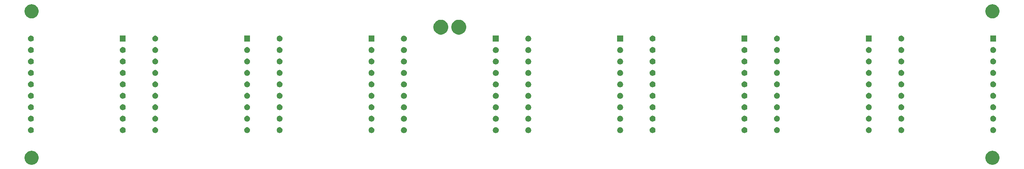
<source format=gbr>
G04 #@! TF.GenerationSoftware,KiCad,Pcbnew,(6.0.0-rc1-dev-557-ge985f797c)*
G04 #@! TF.CreationDate,2021-03-05T01:29:40+01:00*
G04 #@! TF.ProjectId,16seg_Module,31367365675F4D6F64756C652E6B6963,1.0*
G04 #@! TF.SameCoordinates,Original*
G04 #@! TF.FileFunction,Soldermask,Bot*
G04 #@! TF.FilePolarity,Negative*
%FSLAX46Y46*%
G04 Gerber Fmt 4.6, Leading zero omitted, Abs format (unit mm)*
G04 Created by KiCad (PCBNEW (6.0.0-rc1-dev-557-ge985f797c)) date 03/05/21 01:29:40*
%MOMM*%
%LPD*%
G01*
G04 APERTURE LIST*
%ADD10C,0.100000*%
G04 APERTURE END LIST*
D10*
G36*
X255852527Y-75488736D02*
X255952410Y-75508604D01*
X256234674Y-75625521D01*
X256488705Y-75795259D01*
X256704741Y-76011295D01*
X256874479Y-76265326D01*
X256991396Y-76547590D01*
X257051000Y-76847240D01*
X257051000Y-77152760D01*
X256991396Y-77452410D01*
X256874479Y-77734674D01*
X256704741Y-77988705D01*
X256488705Y-78204741D01*
X256234674Y-78374479D01*
X255952410Y-78491396D01*
X255852527Y-78511264D01*
X255652762Y-78551000D01*
X255347238Y-78551000D01*
X255147473Y-78511264D01*
X255047590Y-78491396D01*
X254765326Y-78374479D01*
X254511295Y-78204741D01*
X254295259Y-77988705D01*
X254125521Y-77734674D01*
X254008604Y-77452410D01*
X253949000Y-77152760D01*
X253949000Y-76847240D01*
X254008604Y-76547590D01*
X254125521Y-76265326D01*
X254295259Y-76011295D01*
X254511295Y-75795259D01*
X254765326Y-75625521D01*
X255047590Y-75508604D01*
X255147473Y-75488736D01*
X255347238Y-75449000D01*
X255652762Y-75449000D01*
X255852527Y-75488736D01*
X255852527Y-75488736D01*
G37*
G36*
X43352527Y-75488736D02*
X43452410Y-75508604D01*
X43734674Y-75625521D01*
X43988705Y-75795259D01*
X44204741Y-76011295D01*
X44374479Y-76265326D01*
X44491396Y-76547590D01*
X44551000Y-76847240D01*
X44551000Y-77152760D01*
X44491396Y-77452410D01*
X44374479Y-77734674D01*
X44204741Y-77988705D01*
X43988705Y-78204741D01*
X43734674Y-78374479D01*
X43452410Y-78491396D01*
X43352527Y-78511264D01*
X43152762Y-78551000D01*
X42847238Y-78551000D01*
X42647473Y-78511264D01*
X42547590Y-78491396D01*
X42265326Y-78374479D01*
X42011295Y-78204741D01*
X41795259Y-77988705D01*
X41625521Y-77734674D01*
X41508604Y-77452410D01*
X41449000Y-77152760D01*
X41449000Y-76847240D01*
X41508604Y-76547590D01*
X41625521Y-76265326D01*
X41795259Y-76011295D01*
X42011295Y-75795259D01*
X42265326Y-75625521D01*
X42547590Y-75508604D01*
X42647473Y-75488736D01*
X42847238Y-75449000D01*
X43152762Y-75449000D01*
X43352527Y-75488736D01*
X43352527Y-75488736D01*
G37*
G36*
X153029890Y-70226321D02*
X153148361Y-70275393D01*
X153254992Y-70346642D01*
X153345662Y-70437312D01*
X153416911Y-70543943D01*
X153465983Y-70662414D01*
X153491000Y-70788185D01*
X153491000Y-70916423D01*
X153465983Y-71042194D01*
X153416911Y-71160665D01*
X153345662Y-71267296D01*
X153254992Y-71357966D01*
X153148361Y-71429215D01*
X153029890Y-71478287D01*
X152904119Y-71503304D01*
X152775881Y-71503304D01*
X152650110Y-71478287D01*
X152531639Y-71429215D01*
X152425008Y-71357966D01*
X152334338Y-71267296D01*
X152263089Y-71160665D01*
X152214017Y-71042194D01*
X152189000Y-70916423D01*
X152189000Y-70788185D01*
X152214017Y-70662414D01*
X152263089Y-70543943D01*
X152334338Y-70437312D01*
X152425008Y-70346642D01*
X152531639Y-70275393D01*
X152650110Y-70226321D01*
X152775881Y-70201304D01*
X152904119Y-70201304D01*
X153029890Y-70226321D01*
X153029890Y-70226321D01*
G37*
G36*
X208029890Y-70226321D02*
X208148361Y-70275393D01*
X208254992Y-70346642D01*
X208345662Y-70437312D01*
X208416911Y-70543943D01*
X208465983Y-70662414D01*
X208491000Y-70788185D01*
X208491000Y-70916423D01*
X208465983Y-71042194D01*
X208416911Y-71160665D01*
X208345662Y-71267296D01*
X208254992Y-71357966D01*
X208148361Y-71429215D01*
X208029890Y-71478287D01*
X207904119Y-71503304D01*
X207775881Y-71503304D01*
X207650110Y-71478287D01*
X207531639Y-71429215D01*
X207425008Y-71357966D01*
X207334338Y-71267296D01*
X207263089Y-71160665D01*
X207214017Y-71042194D01*
X207189000Y-70916423D01*
X207189000Y-70788185D01*
X207214017Y-70662414D01*
X207263089Y-70543943D01*
X207334338Y-70437312D01*
X207425008Y-70346642D01*
X207531639Y-70275393D01*
X207650110Y-70226321D01*
X207775881Y-70201304D01*
X207904119Y-70201304D01*
X208029890Y-70226321D01*
X208029890Y-70226321D01*
G37*
G36*
X200849890Y-70226321D02*
X200968361Y-70275393D01*
X201074992Y-70346642D01*
X201165662Y-70437312D01*
X201236911Y-70543943D01*
X201285983Y-70662414D01*
X201311000Y-70788185D01*
X201311000Y-70916423D01*
X201285983Y-71042194D01*
X201236911Y-71160665D01*
X201165662Y-71267296D01*
X201074992Y-71357966D01*
X200968361Y-71429215D01*
X200849890Y-71478287D01*
X200724119Y-71503304D01*
X200595881Y-71503304D01*
X200470110Y-71478287D01*
X200351639Y-71429215D01*
X200245008Y-71357966D01*
X200154338Y-71267296D01*
X200083089Y-71160665D01*
X200034017Y-71042194D01*
X200009000Y-70916423D01*
X200009000Y-70788185D01*
X200034017Y-70662414D01*
X200083089Y-70543943D01*
X200154338Y-70437312D01*
X200245008Y-70346642D01*
X200351639Y-70275393D01*
X200470110Y-70226321D01*
X200595881Y-70201304D01*
X200724119Y-70201304D01*
X200849890Y-70226321D01*
X200849890Y-70226321D01*
G37*
G36*
X180529890Y-70226321D02*
X180648361Y-70275393D01*
X180754992Y-70346642D01*
X180845662Y-70437312D01*
X180916911Y-70543943D01*
X180965983Y-70662414D01*
X180991000Y-70788185D01*
X180991000Y-70916423D01*
X180965983Y-71042194D01*
X180916911Y-71160665D01*
X180845662Y-71267296D01*
X180754992Y-71357966D01*
X180648361Y-71429215D01*
X180529890Y-71478287D01*
X180404119Y-71503304D01*
X180275881Y-71503304D01*
X180150110Y-71478287D01*
X180031639Y-71429215D01*
X179925008Y-71357966D01*
X179834338Y-71267296D01*
X179763089Y-71160665D01*
X179714017Y-71042194D01*
X179689000Y-70916423D01*
X179689000Y-70788185D01*
X179714017Y-70662414D01*
X179763089Y-70543943D01*
X179834338Y-70437312D01*
X179925008Y-70346642D01*
X180031639Y-70275393D01*
X180150110Y-70226321D01*
X180275881Y-70201304D01*
X180404119Y-70201304D01*
X180529890Y-70226321D01*
X180529890Y-70226321D01*
G37*
G36*
X173349890Y-70226321D02*
X173468361Y-70275393D01*
X173574992Y-70346642D01*
X173665662Y-70437312D01*
X173736911Y-70543943D01*
X173785983Y-70662414D01*
X173811000Y-70788185D01*
X173811000Y-70916423D01*
X173785983Y-71042194D01*
X173736911Y-71160665D01*
X173665662Y-71267296D01*
X173574992Y-71357966D01*
X173468361Y-71429215D01*
X173349890Y-71478287D01*
X173224119Y-71503304D01*
X173095881Y-71503304D01*
X172970110Y-71478287D01*
X172851639Y-71429215D01*
X172745008Y-71357966D01*
X172654338Y-71267296D01*
X172583089Y-71160665D01*
X172534017Y-71042194D01*
X172509000Y-70916423D01*
X172509000Y-70788185D01*
X172534017Y-70662414D01*
X172583089Y-70543943D01*
X172654338Y-70437312D01*
X172745008Y-70346642D01*
X172851639Y-70275393D01*
X172970110Y-70226321D01*
X173095881Y-70201304D01*
X173224119Y-70201304D01*
X173349890Y-70226321D01*
X173349890Y-70226321D01*
G37*
G36*
X145849890Y-70226321D02*
X145968361Y-70275393D01*
X146074992Y-70346642D01*
X146165662Y-70437312D01*
X146236911Y-70543943D01*
X146285983Y-70662414D01*
X146311000Y-70788185D01*
X146311000Y-70916423D01*
X146285983Y-71042194D01*
X146236911Y-71160665D01*
X146165662Y-71267296D01*
X146074992Y-71357966D01*
X145968361Y-71429215D01*
X145849890Y-71478287D01*
X145724119Y-71503304D01*
X145595881Y-71503304D01*
X145470110Y-71478287D01*
X145351639Y-71429215D01*
X145245008Y-71357966D01*
X145154338Y-71267296D01*
X145083089Y-71160665D01*
X145034017Y-71042194D01*
X145009000Y-70916423D01*
X145009000Y-70788185D01*
X145034017Y-70662414D01*
X145083089Y-70543943D01*
X145154338Y-70437312D01*
X145245008Y-70346642D01*
X145351639Y-70275393D01*
X145470110Y-70226321D01*
X145595881Y-70201304D01*
X145724119Y-70201304D01*
X145849890Y-70226321D01*
X145849890Y-70226321D01*
G37*
G36*
X228349890Y-70226321D02*
X228468361Y-70275393D01*
X228574992Y-70346642D01*
X228665662Y-70437312D01*
X228736911Y-70543943D01*
X228785983Y-70662414D01*
X228811000Y-70788185D01*
X228811000Y-70916423D01*
X228785983Y-71042194D01*
X228736911Y-71160665D01*
X228665662Y-71267296D01*
X228574992Y-71357966D01*
X228468361Y-71429215D01*
X228349890Y-71478287D01*
X228224119Y-71503304D01*
X228095881Y-71503304D01*
X227970110Y-71478287D01*
X227851639Y-71429215D01*
X227745008Y-71357966D01*
X227654338Y-71267296D01*
X227583089Y-71160665D01*
X227534017Y-71042194D01*
X227509000Y-70916423D01*
X227509000Y-70788185D01*
X227534017Y-70662414D01*
X227583089Y-70543943D01*
X227654338Y-70437312D01*
X227745008Y-70346642D01*
X227851639Y-70275393D01*
X227970110Y-70226321D01*
X228095881Y-70201304D01*
X228224119Y-70201304D01*
X228349890Y-70226321D01*
X228349890Y-70226321D01*
G37*
G36*
X118349890Y-70226321D02*
X118468361Y-70275393D01*
X118574992Y-70346642D01*
X118665662Y-70437312D01*
X118736911Y-70543943D01*
X118785983Y-70662414D01*
X118811000Y-70788185D01*
X118811000Y-70916423D01*
X118785983Y-71042194D01*
X118736911Y-71160665D01*
X118665662Y-71267296D01*
X118574992Y-71357966D01*
X118468361Y-71429215D01*
X118349890Y-71478287D01*
X118224119Y-71503304D01*
X118095881Y-71503304D01*
X117970110Y-71478287D01*
X117851639Y-71429215D01*
X117745008Y-71357966D01*
X117654338Y-71267296D01*
X117583089Y-71160665D01*
X117534017Y-71042194D01*
X117509000Y-70916423D01*
X117509000Y-70788185D01*
X117534017Y-70662414D01*
X117583089Y-70543943D01*
X117654338Y-70437312D01*
X117745008Y-70346642D01*
X117851639Y-70275393D01*
X117970110Y-70226321D01*
X118095881Y-70201304D01*
X118224119Y-70201304D01*
X118349890Y-70226321D01*
X118349890Y-70226321D01*
G37*
G36*
X98029890Y-70226321D02*
X98148361Y-70275393D01*
X98254992Y-70346642D01*
X98345662Y-70437312D01*
X98416911Y-70543943D01*
X98465983Y-70662414D01*
X98491000Y-70788185D01*
X98491000Y-70916423D01*
X98465983Y-71042194D01*
X98416911Y-71160665D01*
X98345662Y-71267296D01*
X98254992Y-71357966D01*
X98148361Y-71429215D01*
X98029890Y-71478287D01*
X97904119Y-71503304D01*
X97775881Y-71503304D01*
X97650110Y-71478287D01*
X97531639Y-71429215D01*
X97425008Y-71357966D01*
X97334338Y-71267296D01*
X97263089Y-71160665D01*
X97214017Y-71042194D01*
X97189000Y-70916423D01*
X97189000Y-70788185D01*
X97214017Y-70662414D01*
X97263089Y-70543943D01*
X97334338Y-70437312D01*
X97425008Y-70346642D01*
X97531639Y-70275393D01*
X97650110Y-70226321D01*
X97775881Y-70201304D01*
X97904119Y-70201304D01*
X98029890Y-70226321D01*
X98029890Y-70226321D01*
G37*
G36*
X90849890Y-70226321D02*
X90968361Y-70275393D01*
X91074992Y-70346642D01*
X91165662Y-70437312D01*
X91236911Y-70543943D01*
X91285983Y-70662414D01*
X91311000Y-70788185D01*
X91311000Y-70916423D01*
X91285983Y-71042194D01*
X91236911Y-71160665D01*
X91165662Y-71267296D01*
X91074992Y-71357966D01*
X90968361Y-71429215D01*
X90849890Y-71478287D01*
X90724119Y-71503304D01*
X90595881Y-71503304D01*
X90470110Y-71478287D01*
X90351639Y-71429215D01*
X90245008Y-71357966D01*
X90154338Y-71267296D01*
X90083089Y-71160665D01*
X90034017Y-71042194D01*
X90009000Y-70916423D01*
X90009000Y-70788185D01*
X90034017Y-70662414D01*
X90083089Y-70543943D01*
X90154338Y-70437312D01*
X90245008Y-70346642D01*
X90351639Y-70275393D01*
X90470110Y-70226321D01*
X90595881Y-70201304D01*
X90724119Y-70201304D01*
X90849890Y-70226321D01*
X90849890Y-70226321D01*
G37*
G36*
X70529890Y-70226321D02*
X70648361Y-70275393D01*
X70754992Y-70346642D01*
X70845662Y-70437312D01*
X70916911Y-70543943D01*
X70965983Y-70662414D01*
X70991000Y-70788185D01*
X70991000Y-70916423D01*
X70965983Y-71042194D01*
X70916911Y-71160665D01*
X70845662Y-71267296D01*
X70754992Y-71357966D01*
X70648361Y-71429215D01*
X70529890Y-71478287D01*
X70404119Y-71503304D01*
X70275881Y-71503304D01*
X70150110Y-71478287D01*
X70031639Y-71429215D01*
X69925008Y-71357966D01*
X69834338Y-71267296D01*
X69763089Y-71160665D01*
X69714017Y-71042194D01*
X69689000Y-70916423D01*
X69689000Y-70788185D01*
X69714017Y-70662414D01*
X69763089Y-70543943D01*
X69834338Y-70437312D01*
X69925008Y-70346642D01*
X70031639Y-70275393D01*
X70150110Y-70226321D01*
X70275881Y-70201304D01*
X70404119Y-70201304D01*
X70529890Y-70226321D01*
X70529890Y-70226321D01*
G37*
G36*
X63349890Y-70226321D02*
X63468361Y-70275393D01*
X63574992Y-70346642D01*
X63665662Y-70437312D01*
X63736911Y-70543943D01*
X63785983Y-70662414D01*
X63811000Y-70788185D01*
X63811000Y-70916423D01*
X63785983Y-71042194D01*
X63736911Y-71160665D01*
X63665662Y-71267296D01*
X63574992Y-71357966D01*
X63468361Y-71429215D01*
X63349890Y-71478287D01*
X63224119Y-71503304D01*
X63095881Y-71503304D01*
X62970110Y-71478287D01*
X62851639Y-71429215D01*
X62745008Y-71357966D01*
X62654338Y-71267296D01*
X62583089Y-71160665D01*
X62534017Y-71042194D01*
X62509000Y-70916423D01*
X62509000Y-70788185D01*
X62534017Y-70662414D01*
X62583089Y-70543943D01*
X62654338Y-70437312D01*
X62745008Y-70346642D01*
X62851639Y-70275393D01*
X62970110Y-70226321D01*
X63095881Y-70201304D01*
X63224119Y-70201304D01*
X63349890Y-70226321D01*
X63349890Y-70226321D01*
G37*
G36*
X43029890Y-70226321D02*
X43148361Y-70275393D01*
X43254992Y-70346642D01*
X43345662Y-70437312D01*
X43416911Y-70543943D01*
X43465983Y-70662414D01*
X43491000Y-70788185D01*
X43491000Y-70916423D01*
X43465983Y-71042194D01*
X43416911Y-71160665D01*
X43345662Y-71267296D01*
X43254992Y-71357966D01*
X43148361Y-71429215D01*
X43029890Y-71478287D01*
X42904119Y-71503304D01*
X42775881Y-71503304D01*
X42650110Y-71478287D01*
X42531639Y-71429215D01*
X42425008Y-71357966D01*
X42334338Y-71267296D01*
X42263089Y-71160665D01*
X42214017Y-71042194D01*
X42189000Y-70916423D01*
X42189000Y-70788185D01*
X42214017Y-70662414D01*
X42263089Y-70543943D01*
X42334338Y-70437312D01*
X42425008Y-70346642D01*
X42531639Y-70275393D01*
X42650110Y-70226321D01*
X42775881Y-70201304D01*
X42904119Y-70201304D01*
X43029890Y-70226321D01*
X43029890Y-70226321D01*
G37*
G36*
X255849890Y-70226321D02*
X255968361Y-70275393D01*
X256074992Y-70346642D01*
X256165662Y-70437312D01*
X256236911Y-70543943D01*
X256285983Y-70662414D01*
X256311000Y-70788185D01*
X256311000Y-70916423D01*
X256285983Y-71042194D01*
X256236911Y-71160665D01*
X256165662Y-71267296D01*
X256074992Y-71357966D01*
X255968361Y-71429215D01*
X255849890Y-71478287D01*
X255724119Y-71503304D01*
X255595881Y-71503304D01*
X255470110Y-71478287D01*
X255351639Y-71429215D01*
X255245008Y-71357966D01*
X255154338Y-71267296D01*
X255083089Y-71160665D01*
X255034017Y-71042194D01*
X255009000Y-70916423D01*
X255009000Y-70788185D01*
X255034017Y-70662414D01*
X255083089Y-70543943D01*
X255154338Y-70437312D01*
X255245008Y-70346642D01*
X255351639Y-70275393D01*
X255470110Y-70226321D01*
X255595881Y-70201304D01*
X255724119Y-70201304D01*
X255849890Y-70226321D01*
X255849890Y-70226321D01*
G37*
G36*
X235529890Y-70226321D02*
X235648361Y-70275393D01*
X235754992Y-70346642D01*
X235845662Y-70437312D01*
X235916911Y-70543943D01*
X235965983Y-70662414D01*
X235991000Y-70788185D01*
X235991000Y-70916423D01*
X235965983Y-71042194D01*
X235916911Y-71160665D01*
X235845662Y-71267296D01*
X235754992Y-71357966D01*
X235648361Y-71429215D01*
X235529890Y-71478287D01*
X235404119Y-71503304D01*
X235275881Y-71503304D01*
X235150110Y-71478287D01*
X235031639Y-71429215D01*
X234925008Y-71357966D01*
X234834338Y-71267296D01*
X234763089Y-71160665D01*
X234714017Y-71042194D01*
X234689000Y-70916423D01*
X234689000Y-70788185D01*
X234714017Y-70662414D01*
X234763089Y-70543943D01*
X234834338Y-70437312D01*
X234925008Y-70346642D01*
X235031639Y-70275393D01*
X235150110Y-70226321D01*
X235275881Y-70201304D01*
X235404119Y-70201304D01*
X235529890Y-70226321D01*
X235529890Y-70226321D01*
G37*
G36*
X125529890Y-70226321D02*
X125648361Y-70275393D01*
X125754992Y-70346642D01*
X125845662Y-70437312D01*
X125916911Y-70543943D01*
X125965983Y-70662414D01*
X125991000Y-70788185D01*
X125991000Y-70916423D01*
X125965983Y-71042194D01*
X125916911Y-71160665D01*
X125845662Y-71267296D01*
X125754992Y-71357966D01*
X125648361Y-71429215D01*
X125529890Y-71478287D01*
X125404119Y-71503304D01*
X125275881Y-71503304D01*
X125150110Y-71478287D01*
X125031639Y-71429215D01*
X124925008Y-71357966D01*
X124834338Y-71267296D01*
X124763089Y-71160665D01*
X124714017Y-71042194D01*
X124689000Y-70916423D01*
X124689000Y-70788185D01*
X124714017Y-70662414D01*
X124763089Y-70543943D01*
X124834338Y-70437312D01*
X124925008Y-70346642D01*
X125031639Y-70275393D01*
X125150110Y-70226321D01*
X125275881Y-70201304D01*
X125404119Y-70201304D01*
X125529890Y-70226321D01*
X125529890Y-70226321D01*
G37*
G36*
X208029890Y-67686321D02*
X208148361Y-67735393D01*
X208254992Y-67806642D01*
X208345662Y-67897312D01*
X208416911Y-68003943D01*
X208465983Y-68122414D01*
X208491000Y-68248185D01*
X208491000Y-68376423D01*
X208465983Y-68502194D01*
X208416911Y-68620665D01*
X208345662Y-68727296D01*
X208254992Y-68817966D01*
X208148361Y-68889215D01*
X208029890Y-68938287D01*
X207904119Y-68963304D01*
X207775881Y-68963304D01*
X207650110Y-68938287D01*
X207531639Y-68889215D01*
X207425008Y-68817966D01*
X207334338Y-68727296D01*
X207263089Y-68620665D01*
X207214017Y-68502194D01*
X207189000Y-68376423D01*
X207189000Y-68248185D01*
X207214017Y-68122414D01*
X207263089Y-68003943D01*
X207334338Y-67897312D01*
X207425008Y-67806642D01*
X207531639Y-67735393D01*
X207650110Y-67686321D01*
X207775881Y-67661304D01*
X207904119Y-67661304D01*
X208029890Y-67686321D01*
X208029890Y-67686321D01*
G37*
G36*
X43029890Y-67686321D02*
X43148361Y-67735393D01*
X43254992Y-67806642D01*
X43345662Y-67897312D01*
X43416911Y-68003943D01*
X43465983Y-68122414D01*
X43491000Y-68248185D01*
X43491000Y-68376423D01*
X43465983Y-68502194D01*
X43416911Y-68620665D01*
X43345662Y-68727296D01*
X43254992Y-68817966D01*
X43148361Y-68889215D01*
X43029890Y-68938287D01*
X42904119Y-68963304D01*
X42775881Y-68963304D01*
X42650110Y-68938287D01*
X42531639Y-68889215D01*
X42425008Y-68817966D01*
X42334338Y-68727296D01*
X42263089Y-68620665D01*
X42214017Y-68502194D01*
X42189000Y-68376423D01*
X42189000Y-68248185D01*
X42214017Y-68122414D01*
X42263089Y-68003943D01*
X42334338Y-67897312D01*
X42425008Y-67806642D01*
X42531639Y-67735393D01*
X42650110Y-67686321D01*
X42775881Y-67661304D01*
X42904119Y-67661304D01*
X43029890Y-67686321D01*
X43029890Y-67686321D01*
G37*
G36*
X63349890Y-67686321D02*
X63468361Y-67735393D01*
X63574992Y-67806642D01*
X63665662Y-67897312D01*
X63736911Y-68003943D01*
X63785983Y-68122414D01*
X63811000Y-68248185D01*
X63811000Y-68376423D01*
X63785983Y-68502194D01*
X63736911Y-68620665D01*
X63665662Y-68727296D01*
X63574992Y-68817966D01*
X63468361Y-68889215D01*
X63349890Y-68938287D01*
X63224119Y-68963304D01*
X63095881Y-68963304D01*
X62970110Y-68938287D01*
X62851639Y-68889215D01*
X62745008Y-68817966D01*
X62654338Y-68727296D01*
X62583089Y-68620665D01*
X62534017Y-68502194D01*
X62509000Y-68376423D01*
X62509000Y-68248185D01*
X62534017Y-68122414D01*
X62583089Y-68003943D01*
X62654338Y-67897312D01*
X62745008Y-67806642D01*
X62851639Y-67735393D01*
X62970110Y-67686321D01*
X63095881Y-67661304D01*
X63224119Y-67661304D01*
X63349890Y-67686321D01*
X63349890Y-67686321D01*
G37*
G36*
X70529890Y-67686321D02*
X70648361Y-67735393D01*
X70754992Y-67806642D01*
X70845662Y-67897312D01*
X70916911Y-68003943D01*
X70965983Y-68122414D01*
X70991000Y-68248185D01*
X70991000Y-68376423D01*
X70965983Y-68502194D01*
X70916911Y-68620665D01*
X70845662Y-68727296D01*
X70754992Y-68817966D01*
X70648361Y-68889215D01*
X70529890Y-68938287D01*
X70404119Y-68963304D01*
X70275881Y-68963304D01*
X70150110Y-68938287D01*
X70031639Y-68889215D01*
X69925008Y-68817966D01*
X69834338Y-68727296D01*
X69763089Y-68620665D01*
X69714017Y-68502194D01*
X69689000Y-68376423D01*
X69689000Y-68248185D01*
X69714017Y-68122414D01*
X69763089Y-68003943D01*
X69834338Y-67897312D01*
X69925008Y-67806642D01*
X70031639Y-67735393D01*
X70150110Y-67686321D01*
X70275881Y-67661304D01*
X70404119Y-67661304D01*
X70529890Y-67686321D01*
X70529890Y-67686321D01*
G37*
G36*
X90849890Y-67686321D02*
X90968361Y-67735393D01*
X91074992Y-67806642D01*
X91165662Y-67897312D01*
X91236911Y-68003943D01*
X91285983Y-68122414D01*
X91311000Y-68248185D01*
X91311000Y-68376423D01*
X91285983Y-68502194D01*
X91236911Y-68620665D01*
X91165662Y-68727296D01*
X91074992Y-68817966D01*
X90968361Y-68889215D01*
X90849890Y-68938287D01*
X90724119Y-68963304D01*
X90595881Y-68963304D01*
X90470110Y-68938287D01*
X90351639Y-68889215D01*
X90245008Y-68817966D01*
X90154338Y-68727296D01*
X90083089Y-68620665D01*
X90034017Y-68502194D01*
X90009000Y-68376423D01*
X90009000Y-68248185D01*
X90034017Y-68122414D01*
X90083089Y-68003943D01*
X90154338Y-67897312D01*
X90245008Y-67806642D01*
X90351639Y-67735393D01*
X90470110Y-67686321D01*
X90595881Y-67661304D01*
X90724119Y-67661304D01*
X90849890Y-67686321D01*
X90849890Y-67686321D01*
G37*
G36*
X98029890Y-67686321D02*
X98148361Y-67735393D01*
X98254992Y-67806642D01*
X98345662Y-67897312D01*
X98416911Y-68003943D01*
X98465983Y-68122414D01*
X98491000Y-68248185D01*
X98491000Y-68376423D01*
X98465983Y-68502194D01*
X98416911Y-68620665D01*
X98345662Y-68727296D01*
X98254992Y-68817966D01*
X98148361Y-68889215D01*
X98029890Y-68938287D01*
X97904119Y-68963304D01*
X97775881Y-68963304D01*
X97650110Y-68938287D01*
X97531639Y-68889215D01*
X97425008Y-68817966D01*
X97334338Y-68727296D01*
X97263089Y-68620665D01*
X97214017Y-68502194D01*
X97189000Y-68376423D01*
X97189000Y-68248185D01*
X97214017Y-68122414D01*
X97263089Y-68003943D01*
X97334338Y-67897312D01*
X97425008Y-67806642D01*
X97531639Y-67735393D01*
X97650110Y-67686321D01*
X97775881Y-67661304D01*
X97904119Y-67661304D01*
X98029890Y-67686321D01*
X98029890Y-67686321D01*
G37*
G36*
X118349890Y-67686321D02*
X118468361Y-67735393D01*
X118574992Y-67806642D01*
X118665662Y-67897312D01*
X118736911Y-68003943D01*
X118785983Y-68122414D01*
X118811000Y-68248185D01*
X118811000Y-68376423D01*
X118785983Y-68502194D01*
X118736911Y-68620665D01*
X118665662Y-68727296D01*
X118574992Y-68817966D01*
X118468361Y-68889215D01*
X118349890Y-68938287D01*
X118224119Y-68963304D01*
X118095881Y-68963304D01*
X117970110Y-68938287D01*
X117851639Y-68889215D01*
X117745008Y-68817966D01*
X117654338Y-68727296D01*
X117583089Y-68620665D01*
X117534017Y-68502194D01*
X117509000Y-68376423D01*
X117509000Y-68248185D01*
X117534017Y-68122414D01*
X117583089Y-68003943D01*
X117654338Y-67897312D01*
X117745008Y-67806642D01*
X117851639Y-67735393D01*
X117970110Y-67686321D01*
X118095881Y-67661304D01*
X118224119Y-67661304D01*
X118349890Y-67686321D01*
X118349890Y-67686321D01*
G37*
G36*
X125529890Y-67686321D02*
X125648361Y-67735393D01*
X125754992Y-67806642D01*
X125845662Y-67897312D01*
X125916911Y-68003943D01*
X125965983Y-68122414D01*
X125991000Y-68248185D01*
X125991000Y-68376423D01*
X125965983Y-68502194D01*
X125916911Y-68620665D01*
X125845662Y-68727296D01*
X125754992Y-68817966D01*
X125648361Y-68889215D01*
X125529890Y-68938287D01*
X125404119Y-68963304D01*
X125275881Y-68963304D01*
X125150110Y-68938287D01*
X125031639Y-68889215D01*
X124925008Y-68817966D01*
X124834338Y-68727296D01*
X124763089Y-68620665D01*
X124714017Y-68502194D01*
X124689000Y-68376423D01*
X124689000Y-68248185D01*
X124714017Y-68122414D01*
X124763089Y-68003943D01*
X124834338Y-67897312D01*
X124925008Y-67806642D01*
X125031639Y-67735393D01*
X125150110Y-67686321D01*
X125275881Y-67661304D01*
X125404119Y-67661304D01*
X125529890Y-67686321D01*
X125529890Y-67686321D01*
G37*
G36*
X145849890Y-67686321D02*
X145968361Y-67735393D01*
X146074992Y-67806642D01*
X146165662Y-67897312D01*
X146236911Y-68003943D01*
X146285983Y-68122414D01*
X146311000Y-68248185D01*
X146311000Y-68376423D01*
X146285983Y-68502194D01*
X146236911Y-68620665D01*
X146165662Y-68727296D01*
X146074992Y-68817966D01*
X145968361Y-68889215D01*
X145849890Y-68938287D01*
X145724119Y-68963304D01*
X145595881Y-68963304D01*
X145470110Y-68938287D01*
X145351639Y-68889215D01*
X145245008Y-68817966D01*
X145154338Y-68727296D01*
X145083089Y-68620665D01*
X145034017Y-68502194D01*
X145009000Y-68376423D01*
X145009000Y-68248185D01*
X145034017Y-68122414D01*
X145083089Y-68003943D01*
X145154338Y-67897312D01*
X145245008Y-67806642D01*
X145351639Y-67735393D01*
X145470110Y-67686321D01*
X145595881Y-67661304D01*
X145724119Y-67661304D01*
X145849890Y-67686321D01*
X145849890Y-67686321D01*
G37*
G36*
X153029890Y-67686321D02*
X153148361Y-67735393D01*
X153254992Y-67806642D01*
X153345662Y-67897312D01*
X153416911Y-68003943D01*
X153465983Y-68122414D01*
X153491000Y-68248185D01*
X153491000Y-68376423D01*
X153465983Y-68502194D01*
X153416911Y-68620665D01*
X153345662Y-68727296D01*
X153254992Y-68817966D01*
X153148361Y-68889215D01*
X153029890Y-68938287D01*
X152904119Y-68963304D01*
X152775881Y-68963304D01*
X152650110Y-68938287D01*
X152531639Y-68889215D01*
X152425008Y-68817966D01*
X152334338Y-68727296D01*
X152263089Y-68620665D01*
X152214017Y-68502194D01*
X152189000Y-68376423D01*
X152189000Y-68248185D01*
X152214017Y-68122414D01*
X152263089Y-68003943D01*
X152334338Y-67897312D01*
X152425008Y-67806642D01*
X152531639Y-67735393D01*
X152650110Y-67686321D01*
X152775881Y-67661304D01*
X152904119Y-67661304D01*
X153029890Y-67686321D01*
X153029890Y-67686321D01*
G37*
G36*
X255849890Y-67686321D02*
X255968361Y-67735393D01*
X256074992Y-67806642D01*
X256165662Y-67897312D01*
X256236911Y-68003943D01*
X256285983Y-68122414D01*
X256311000Y-68248185D01*
X256311000Y-68376423D01*
X256285983Y-68502194D01*
X256236911Y-68620665D01*
X256165662Y-68727296D01*
X256074992Y-68817966D01*
X255968361Y-68889215D01*
X255849890Y-68938287D01*
X255724119Y-68963304D01*
X255595881Y-68963304D01*
X255470110Y-68938287D01*
X255351639Y-68889215D01*
X255245008Y-68817966D01*
X255154338Y-68727296D01*
X255083089Y-68620665D01*
X255034017Y-68502194D01*
X255009000Y-68376423D01*
X255009000Y-68248185D01*
X255034017Y-68122414D01*
X255083089Y-68003943D01*
X255154338Y-67897312D01*
X255245008Y-67806642D01*
X255351639Y-67735393D01*
X255470110Y-67686321D01*
X255595881Y-67661304D01*
X255724119Y-67661304D01*
X255849890Y-67686321D01*
X255849890Y-67686321D01*
G37*
G36*
X235529890Y-67686321D02*
X235648361Y-67735393D01*
X235754992Y-67806642D01*
X235845662Y-67897312D01*
X235916911Y-68003943D01*
X235965983Y-68122414D01*
X235991000Y-68248185D01*
X235991000Y-68376423D01*
X235965983Y-68502194D01*
X235916911Y-68620665D01*
X235845662Y-68727296D01*
X235754992Y-68817966D01*
X235648361Y-68889215D01*
X235529890Y-68938287D01*
X235404119Y-68963304D01*
X235275881Y-68963304D01*
X235150110Y-68938287D01*
X235031639Y-68889215D01*
X234925008Y-68817966D01*
X234834338Y-68727296D01*
X234763089Y-68620665D01*
X234714017Y-68502194D01*
X234689000Y-68376423D01*
X234689000Y-68248185D01*
X234714017Y-68122414D01*
X234763089Y-68003943D01*
X234834338Y-67897312D01*
X234925008Y-67806642D01*
X235031639Y-67735393D01*
X235150110Y-67686321D01*
X235275881Y-67661304D01*
X235404119Y-67661304D01*
X235529890Y-67686321D01*
X235529890Y-67686321D01*
G37*
G36*
X228349890Y-67686321D02*
X228468361Y-67735393D01*
X228574992Y-67806642D01*
X228665662Y-67897312D01*
X228736911Y-68003943D01*
X228785983Y-68122414D01*
X228811000Y-68248185D01*
X228811000Y-68376423D01*
X228785983Y-68502194D01*
X228736911Y-68620665D01*
X228665662Y-68727296D01*
X228574992Y-68817966D01*
X228468361Y-68889215D01*
X228349890Y-68938287D01*
X228224119Y-68963304D01*
X228095881Y-68963304D01*
X227970110Y-68938287D01*
X227851639Y-68889215D01*
X227745008Y-68817966D01*
X227654338Y-68727296D01*
X227583089Y-68620665D01*
X227534017Y-68502194D01*
X227509000Y-68376423D01*
X227509000Y-68248185D01*
X227534017Y-68122414D01*
X227583089Y-68003943D01*
X227654338Y-67897312D01*
X227745008Y-67806642D01*
X227851639Y-67735393D01*
X227970110Y-67686321D01*
X228095881Y-67661304D01*
X228224119Y-67661304D01*
X228349890Y-67686321D01*
X228349890Y-67686321D01*
G37*
G36*
X180529890Y-67686321D02*
X180648361Y-67735393D01*
X180754992Y-67806642D01*
X180845662Y-67897312D01*
X180916911Y-68003943D01*
X180965983Y-68122414D01*
X180991000Y-68248185D01*
X180991000Y-68376423D01*
X180965983Y-68502194D01*
X180916911Y-68620665D01*
X180845662Y-68727296D01*
X180754992Y-68817966D01*
X180648361Y-68889215D01*
X180529890Y-68938287D01*
X180404119Y-68963304D01*
X180275881Y-68963304D01*
X180150110Y-68938287D01*
X180031639Y-68889215D01*
X179925008Y-68817966D01*
X179834338Y-68727296D01*
X179763089Y-68620665D01*
X179714017Y-68502194D01*
X179689000Y-68376423D01*
X179689000Y-68248185D01*
X179714017Y-68122414D01*
X179763089Y-68003943D01*
X179834338Y-67897312D01*
X179925008Y-67806642D01*
X180031639Y-67735393D01*
X180150110Y-67686321D01*
X180275881Y-67661304D01*
X180404119Y-67661304D01*
X180529890Y-67686321D01*
X180529890Y-67686321D01*
G37*
G36*
X173349890Y-67686321D02*
X173468361Y-67735393D01*
X173574992Y-67806642D01*
X173665662Y-67897312D01*
X173736911Y-68003943D01*
X173785983Y-68122414D01*
X173811000Y-68248185D01*
X173811000Y-68376423D01*
X173785983Y-68502194D01*
X173736911Y-68620665D01*
X173665662Y-68727296D01*
X173574992Y-68817966D01*
X173468361Y-68889215D01*
X173349890Y-68938287D01*
X173224119Y-68963304D01*
X173095881Y-68963304D01*
X172970110Y-68938287D01*
X172851639Y-68889215D01*
X172745008Y-68817966D01*
X172654338Y-68727296D01*
X172583089Y-68620665D01*
X172534017Y-68502194D01*
X172509000Y-68376423D01*
X172509000Y-68248185D01*
X172534017Y-68122414D01*
X172583089Y-68003943D01*
X172654338Y-67897312D01*
X172745008Y-67806642D01*
X172851639Y-67735393D01*
X172970110Y-67686321D01*
X173095881Y-67661304D01*
X173224119Y-67661304D01*
X173349890Y-67686321D01*
X173349890Y-67686321D01*
G37*
G36*
X200849890Y-67686321D02*
X200968361Y-67735393D01*
X201074992Y-67806642D01*
X201165662Y-67897312D01*
X201236911Y-68003943D01*
X201285983Y-68122414D01*
X201311000Y-68248185D01*
X201311000Y-68376423D01*
X201285983Y-68502194D01*
X201236911Y-68620665D01*
X201165662Y-68727296D01*
X201074992Y-68817966D01*
X200968361Y-68889215D01*
X200849890Y-68938287D01*
X200724119Y-68963304D01*
X200595881Y-68963304D01*
X200470110Y-68938287D01*
X200351639Y-68889215D01*
X200245008Y-68817966D01*
X200154338Y-68727296D01*
X200083089Y-68620665D01*
X200034017Y-68502194D01*
X200009000Y-68376423D01*
X200009000Y-68248185D01*
X200034017Y-68122414D01*
X200083089Y-68003943D01*
X200154338Y-67897312D01*
X200245008Y-67806642D01*
X200351639Y-67735393D01*
X200470110Y-67686321D01*
X200595881Y-67661304D01*
X200724119Y-67661304D01*
X200849890Y-67686321D01*
X200849890Y-67686321D01*
G37*
G36*
X118349890Y-65146321D02*
X118468361Y-65195393D01*
X118574992Y-65266642D01*
X118665662Y-65357312D01*
X118736911Y-65463943D01*
X118785983Y-65582414D01*
X118811000Y-65708185D01*
X118811000Y-65836423D01*
X118785983Y-65962194D01*
X118736911Y-66080665D01*
X118665662Y-66187296D01*
X118574992Y-66277966D01*
X118468361Y-66349215D01*
X118349890Y-66398287D01*
X118224119Y-66423304D01*
X118095881Y-66423304D01*
X117970110Y-66398287D01*
X117851639Y-66349215D01*
X117745008Y-66277966D01*
X117654338Y-66187296D01*
X117583089Y-66080665D01*
X117534017Y-65962194D01*
X117509000Y-65836423D01*
X117509000Y-65708185D01*
X117534017Y-65582414D01*
X117583089Y-65463943D01*
X117654338Y-65357312D01*
X117745008Y-65266642D01*
X117851639Y-65195393D01*
X117970110Y-65146321D01*
X118095881Y-65121304D01*
X118224119Y-65121304D01*
X118349890Y-65146321D01*
X118349890Y-65146321D01*
G37*
G36*
X208029890Y-65146321D02*
X208148361Y-65195393D01*
X208254992Y-65266642D01*
X208345662Y-65357312D01*
X208416911Y-65463943D01*
X208465983Y-65582414D01*
X208491000Y-65708185D01*
X208491000Y-65836423D01*
X208465983Y-65962194D01*
X208416911Y-66080665D01*
X208345662Y-66187296D01*
X208254992Y-66277966D01*
X208148361Y-66349215D01*
X208029890Y-66398287D01*
X207904119Y-66423304D01*
X207775881Y-66423304D01*
X207650110Y-66398287D01*
X207531639Y-66349215D01*
X207425008Y-66277966D01*
X207334338Y-66187296D01*
X207263089Y-66080665D01*
X207214017Y-65962194D01*
X207189000Y-65836423D01*
X207189000Y-65708185D01*
X207214017Y-65582414D01*
X207263089Y-65463943D01*
X207334338Y-65357312D01*
X207425008Y-65266642D01*
X207531639Y-65195393D01*
X207650110Y-65146321D01*
X207775881Y-65121304D01*
X207904119Y-65121304D01*
X208029890Y-65146321D01*
X208029890Y-65146321D01*
G37*
G36*
X235529890Y-65146321D02*
X235648361Y-65195393D01*
X235754992Y-65266642D01*
X235845662Y-65357312D01*
X235916911Y-65463943D01*
X235965983Y-65582414D01*
X235991000Y-65708185D01*
X235991000Y-65836423D01*
X235965983Y-65962194D01*
X235916911Y-66080665D01*
X235845662Y-66187296D01*
X235754992Y-66277966D01*
X235648361Y-66349215D01*
X235529890Y-66398287D01*
X235404119Y-66423304D01*
X235275881Y-66423304D01*
X235150110Y-66398287D01*
X235031639Y-66349215D01*
X234925008Y-66277966D01*
X234834338Y-66187296D01*
X234763089Y-66080665D01*
X234714017Y-65962194D01*
X234689000Y-65836423D01*
X234689000Y-65708185D01*
X234714017Y-65582414D01*
X234763089Y-65463943D01*
X234834338Y-65357312D01*
X234925008Y-65266642D01*
X235031639Y-65195393D01*
X235150110Y-65146321D01*
X235275881Y-65121304D01*
X235404119Y-65121304D01*
X235529890Y-65146321D01*
X235529890Y-65146321D01*
G37*
G36*
X255849890Y-65146321D02*
X255968361Y-65195393D01*
X256074992Y-65266642D01*
X256165662Y-65357312D01*
X256236911Y-65463943D01*
X256285983Y-65582414D01*
X256311000Y-65708185D01*
X256311000Y-65836423D01*
X256285983Y-65962194D01*
X256236911Y-66080665D01*
X256165662Y-66187296D01*
X256074992Y-66277966D01*
X255968361Y-66349215D01*
X255849890Y-66398287D01*
X255724119Y-66423304D01*
X255595881Y-66423304D01*
X255470110Y-66398287D01*
X255351639Y-66349215D01*
X255245008Y-66277966D01*
X255154338Y-66187296D01*
X255083089Y-66080665D01*
X255034017Y-65962194D01*
X255009000Y-65836423D01*
X255009000Y-65708185D01*
X255034017Y-65582414D01*
X255083089Y-65463943D01*
X255154338Y-65357312D01*
X255245008Y-65266642D01*
X255351639Y-65195393D01*
X255470110Y-65146321D01*
X255595881Y-65121304D01*
X255724119Y-65121304D01*
X255849890Y-65146321D01*
X255849890Y-65146321D01*
G37*
G36*
X228349890Y-65146321D02*
X228468361Y-65195393D01*
X228574992Y-65266642D01*
X228665662Y-65357312D01*
X228736911Y-65463943D01*
X228785983Y-65582414D01*
X228811000Y-65708185D01*
X228811000Y-65836423D01*
X228785983Y-65962194D01*
X228736911Y-66080665D01*
X228665662Y-66187296D01*
X228574992Y-66277966D01*
X228468361Y-66349215D01*
X228349890Y-66398287D01*
X228224119Y-66423304D01*
X228095881Y-66423304D01*
X227970110Y-66398287D01*
X227851639Y-66349215D01*
X227745008Y-66277966D01*
X227654338Y-66187296D01*
X227583089Y-66080665D01*
X227534017Y-65962194D01*
X227509000Y-65836423D01*
X227509000Y-65708185D01*
X227534017Y-65582414D01*
X227583089Y-65463943D01*
X227654338Y-65357312D01*
X227745008Y-65266642D01*
X227851639Y-65195393D01*
X227970110Y-65146321D01*
X228095881Y-65121304D01*
X228224119Y-65121304D01*
X228349890Y-65146321D01*
X228349890Y-65146321D01*
G37*
G36*
X153029890Y-65146321D02*
X153148361Y-65195393D01*
X153254992Y-65266642D01*
X153345662Y-65357312D01*
X153416911Y-65463943D01*
X153465983Y-65582414D01*
X153491000Y-65708185D01*
X153491000Y-65836423D01*
X153465983Y-65962194D01*
X153416911Y-66080665D01*
X153345662Y-66187296D01*
X153254992Y-66277966D01*
X153148361Y-66349215D01*
X153029890Y-66398287D01*
X152904119Y-66423304D01*
X152775881Y-66423304D01*
X152650110Y-66398287D01*
X152531639Y-66349215D01*
X152425008Y-66277966D01*
X152334338Y-66187296D01*
X152263089Y-66080665D01*
X152214017Y-65962194D01*
X152189000Y-65836423D01*
X152189000Y-65708185D01*
X152214017Y-65582414D01*
X152263089Y-65463943D01*
X152334338Y-65357312D01*
X152425008Y-65266642D01*
X152531639Y-65195393D01*
X152650110Y-65146321D01*
X152775881Y-65121304D01*
X152904119Y-65121304D01*
X153029890Y-65146321D01*
X153029890Y-65146321D01*
G37*
G36*
X98029890Y-65146321D02*
X98148361Y-65195393D01*
X98254992Y-65266642D01*
X98345662Y-65357312D01*
X98416911Y-65463943D01*
X98465983Y-65582414D01*
X98491000Y-65708185D01*
X98491000Y-65836423D01*
X98465983Y-65962194D01*
X98416911Y-66080665D01*
X98345662Y-66187296D01*
X98254992Y-66277966D01*
X98148361Y-66349215D01*
X98029890Y-66398287D01*
X97904119Y-66423304D01*
X97775881Y-66423304D01*
X97650110Y-66398287D01*
X97531639Y-66349215D01*
X97425008Y-66277966D01*
X97334338Y-66187296D01*
X97263089Y-66080665D01*
X97214017Y-65962194D01*
X97189000Y-65836423D01*
X97189000Y-65708185D01*
X97214017Y-65582414D01*
X97263089Y-65463943D01*
X97334338Y-65357312D01*
X97425008Y-65266642D01*
X97531639Y-65195393D01*
X97650110Y-65146321D01*
X97775881Y-65121304D01*
X97904119Y-65121304D01*
X98029890Y-65146321D01*
X98029890Y-65146321D01*
G37*
G36*
X90849890Y-65146321D02*
X90968361Y-65195393D01*
X91074992Y-65266642D01*
X91165662Y-65357312D01*
X91236911Y-65463943D01*
X91285983Y-65582414D01*
X91311000Y-65708185D01*
X91311000Y-65836423D01*
X91285983Y-65962194D01*
X91236911Y-66080665D01*
X91165662Y-66187296D01*
X91074992Y-66277966D01*
X90968361Y-66349215D01*
X90849890Y-66398287D01*
X90724119Y-66423304D01*
X90595881Y-66423304D01*
X90470110Y-66398287D01*
X90351639Y-66349215D01*
X90245008Y-66277966D01*
X90154338Y-66187296D01*
X90083089Y-66080665D01*
X90034017Y-65962194D01*
X90009000Y-65836423D01*
X90009000Y-65708185D01*
X90034017Y-65582414D01*
X90083089Y-65463943D01*
X90154338Y-65357312D01*
X90245008Y-65266642D01*
X90351639Y-65195393D01*
X90470110Y-65146321D01*
X90595881Y-65121304D01*
X90724119Y-65121304D01*
X90849890Y-65146321D01*
X90849890Y-65146321D01*
G37*
G36*
X43029890Y-65146321D02*
X43148361Y-65195393D01*
X43254992Y-65266642D01*
X43345662Y-65357312D01*
X43416911Y-65463943D01*
X43465983Y-65582414D01*
X43491000Y-65708185D01*
X43491000Y-65836423D01*
X43465983Y-65962194D01*
X43416911Y-66080665D01*
X43345662Y-66187296D01*
X43254992Y-66277966D01*
X43148361Y-66349215D01*
X43029890Y-66398287D01*
X42904119Y-66423304D01*
X42775881Y-66423304D01*
X42650110Y-66398287D01*
X42531639Y-66349215D01*
X42425008Y-66277966D01*
X42334338Y-66187296D01*
X42263089Y-66080665D01*
X42214017Y-65962194D01*
X42189000Y-65836423D01*
X42189000Y-65708185D01*
X42214017Y-65582414D01*
X42263089Y-65463943D01*
X42334338Y-65357312D01*
X42425008Y-65266642D01*
X42531639Y-65195393D01*
X42650110Y-65146321D01*
X42775881Y-65121304D01*
X42904119Y-65121304D01*
X43029890Y-65146321D01*
X43029890Y-65146321D01*
G37*
G36*
X63349890Y-65146321D02*
X63468361Y-65195393D01*
X63574992Y-65266642D01*
X63665662Y-65357312D01*
X63736911Y-65463943D01*
X63785983Y-65582414D01*
X63811000Y-65708185D01*
X63811000Y-65836423D01*
X63785983Y-65962194D01*
X63736911Y-66080665D01*
X63665662Y-66187296D01*
X63574992Y-66277966D01*
X63468361Y-66349215D01*
X63349890Y-66398287D01*
X63224119Y-66423304D01*
X63095881Y-66423304D01*
X62970110Y-66398287D01*
X62851639Y-66349215D01*
X62745008Y-66277966D01*
X62654338Y-66187296D01*
X62583089Y-66080665D01*
X62534017Y-65962194D01*
X62509000Y-65836423D01*
X62509000Y-65708185D01*
X62534017Y-65582414D01*
X62583089Y-65463943D01*
X62654338Y-65357312D01*
X62745008Y-65266642D01*
X62851639Y-65195393D01*
X62970110Y-65146321D01*
X63095881Y-65121304D01*
X63224119Y-65121304D01*
X63349890Y-65146321D01*
X63349890Y-65146321D01*
G37*
G36*
X70529890Y-65146321D02*
X70648361Y-65195393D01*
X70754992Y-65266642D01*
X70845662Y-65357312D01*
X70916911Y-65463943D01*
X70965983Y-65582414D01*
X70991000Y-65708185D01*
X70991000Y-65836423D01*
X70965983Y-65962194D01*
X70916911Y-66080665D01*
X70845662Y-66187296D01*
X70754992Y-66277966D01*
X70648361Y-66349215D01*
X70529890Y-66398287D01*
X70404119Y-66423304D01*
X70275881Y-66423304D01*
X70150110Y-66398287D01*
X70031639Y-66349215D01*
X69925008Y-66277966D01*
X69834338Y-66187296D01*
X69763089Y-66080665D01*
X69714017Y-65962194D01*
X69689000Y-65836423D01*
X69689000Y-65708185D01*
X69714017Y-65582414D01*
X69763089Y-65463943D01*
X69834338Y-65357312D01*
X69925008Y-65266642D01*
X70031639Y-65195393D01*
X70150110Y-65146321D01*
X70275881Y-65121304D01*
X70404119Y-65121304D01*
X70529890Y-65146321D01*
X70529890Y-65146321D01*
G37*
G36*
X180529890Y-65146321D02*
X180648361Y-65195393D01*
X180754992Y-65266642D01*
X180845662Y-65357312D01*
X180916911Y-65463943D01*
X180965983Y-65582414D01*
X180991000Y-65708185D01*
X180991000Y-65836423D01*
X180965983Y-65962194D01*
X180916911Y-66080665D01*
X180845662Y-66187296D01*
X180754992Y-66277966D01*
X180648361Y-66349215D01*
X180529890Y-66398287D01*
X180404119Y-66423304D01*
X180275881Y-66423304D01*
X180150110Y-66398287D01*
X180031639Y-66349215D01*
X179925008Y-66277966D01*
X179834338Y-66187296D01*
X179763089Y-66080665D01*
X179714017Y-65962194D01*
X179689000Y-65836423D01*
X179689000Y-65708185D01*
X179714017Y-65582414D01*
X179763089Y-65463943D01*
X179834338Y-65357312D01*
X179925008Y-65266642D01*
X180031639Y-65195393D01*
X180150110Y-65146321D01*
X180275881Y-65121304D01*
X180404119Y-65121304D01*
X180529890Y-65146321D01*
X180529890Y-65146321D01*
G37*
G36*
X173349890Y-65146321D02*
X173468361Y-65195393D01*
X173574992Y-65266642D01*
X173665662Y-65357312D01*
X173736911Y-65463943D01*
X173785983Y-65582414D01*
X173811000Y-65708185D01*
X173811000Y-65836423D01*
X173785983Y-65962194D01*
X173736911Y-66080665D01*
X173665662Y-66187296D01*
X173574992Y-66277966D01*
X173468361Y-66349215D01*
X173349890Y-66398287D01*
X173224119Y-66423304D01*
X173095881Y-66423304D01*
X172970110Y-66398287D01*
X172851639Y-66349215D01*
X172745008Y-66277966D01*
X172654338Y-66187296D01*
X172583089Y-66080665D01*
X172534017Y-65962194D01*
X172509000Y-65836423D01*
X172509000Y-65708185D01*
X172534017Y-65582414D01*
X172583089Y-65463943D01*
X172654338Y-65357312D01*
X172745008Y-65266642D01*
X172851639Y-65195393D01*
X172970110Y-65146321D01*
X173095881Y-65121304D01*
X173224119Y-65121304D01*
X173349890Y-65146321D01*
X173349890Y-65146321D01*
G37*
G36*
X125529890Y-65146321D02*
X125648361Y-65195393D01*
X125754992Y-65266642D01*
X125845662Y-65357312D01*
X125916911Y-65463943D01*
X125965983Y-65582414D01*
X125991000Y-65708185D01*
X125991000Y-65836423D01*
X125965983Y-65962194D01*
X125916911Y-66080665D01*
X125845662Y-66187296D01*
X125754992Y-66277966D01*
X125648361Y-66349215D01*
X125529890Y-66398287D01*
X125404119Y-66423304D01*
X125275881Y-66423304D01*
X125150110Y-66398287D01*
X125031639Y-66349215D01*
X124925008Y-66277966D01*
X124834338Y-66187296D01*
X124763089Y-66080665D01*
X124714017Y-65962194D01*
X124689000Y-65836423D01*
X124689000Y-65708185D01*
X124714017Y-65582414D01*
X124763089Y-65463943D01*
X124834338Y-65357312D01*
X124925008Y-65266642D01*
X125031639Y-65195393D01*
X125150110Y-65146321D01*
X125275881Y-65121304D01*
X125404119Y-65121304D01*
X125529890Y-65146321D01*
X125529890Y-65146321D01*
G37*
G36*
X200849890Y-65146321D02*
X200968361Y-65195393D01*
X201074992Y-65266642D01*
X201165662Y-65357312D01*
X201236911Y-65463943D01*
X201285983Y-65582414D01*
X201311000Y-65708185D01*
X201311000Y-65836423D01*
X201285983Y-65962194D01*
X201236911Y-66080665D01*
X201165662Y-66187296D01*
X201074992Y-66277966D01*
X200968361Y-66349215D01*
X200849890Y-66398287D01*
X200724119Y-66423304D01*
X200595881Y-66423304D01*
X200470110Y-66398287D01*
X200351639Y-66349215D01*
X200245008Y-66277966D01*
X200154338Y-66187296D01*
X200083089Y-66080665D01*
X200034017Y-65962194D01*
X200009000Y-65836423D01*
X200009000Y-65708185D01*
X200034017Y-65582414D01*
X200083089Y-65463943D01*
X200154338Y-65357312D01*
X200245008Y-65266642D01*
X200351639Y-65195393D01*
X200470110Y-65146321D01*
X200595881Y-65121304D01*
X200724119Y-65121304D01*
X200849890Y-65146321D01*
X200849890Y-65146321D01*
G37*
G36*
X145849890Y-65146321D02*
X145968361Y-65195393D01*
X146074992Y-65266642D01*
X146165662Y-65357312D01*
X146236911Y-65463943D01*
X146285983Y-65582414D01*
X146311000Y-65708185D01*
X146311000Y-65836423D01*
X146285983Y-65962194D01*
X146236911Y-66080665D01*
X146165662Y-66187296D01*
X146074992Y-66277966D01*
X145968361Y-66349215D01*
X145849890Y-66398287D01*
X145724119Y-66423304D01*
X145595881Y-66423304D01*
X145470110Y-66398287D01*
X145351639Y-66349215D01*
X145245008Y-66277966D01*
X145154338Y-66187296D01*
X145083089Y-66080665D01*
X145034017Y-65962194D01*
X145009000Y-65836423D01*
X145009000Y-65708185D01*
X145034017Y-65582414D01*
X145083089Y-65463943D01*
X145154338Y-65357312D01*
X145245008Y-65266642D01*
X145351639Y-65195393D01*
X145470110Y-65146321D01*
X145595881Y-65121304D01*
X145724119Y-65121304D01*
X145849890Y-65146321D01*
X145849890Y-65146321D01*
G37*
G36*
X180529890Y-62606321D02*
X180648361Y-62655393D01*
X180754992Y-62726642D01*
X180845662Y-62817312D01*
X180916911Y-62923943D01*
X180965983Y-63042414D01*
X180991000Y-63168185D01*
X180991000Y-63296423D01*
X180965983Y-63422194D01*
X180916911Y-63540665D01*
X180845662Y-63647296D01*
X180754992Y-63737966D01*
X180648361Y-63809215D01*
X180529890Y-63858287D01*
X180404119Y-63883304D01*
X180275881Y-63883304D01*
X180150110Y-63858287D01*
X180031639Y-63809215D01*
X179925008Y-63737966D01*
X179834338Y-63647296D01*
X179763089Y-63540665D01*
X179714017Y-63422194D01*
X179689000Y-63296423D01*
X179689000Y-63168185D01*
X179714017Y-63042414D01*
X179763089Y-62923943D01*
X179834338Y-62817312D01*
X179925008Y-62726642D01*
X180031639Y-62655393D01*
X180150110Y-62606321D01*
X180275881Y-62581304D01*
X180404119Y-62581304D01*
X180529890Y-62606321D01*
X180529890Y-62606321D01*
G37*
G36*
X255849890Y-62606321D02*
X255968361Y-62655393D01*
X256074992Y-62726642D01*
X256165662Y-62817312D01*
X256236911Y-62923943D01*
X256285983Y-63042414D01*
X256311000Y-63168185D01*
X256311000Y-63296423D01*
X256285983Y-63422194D01*
X256236911Y-63540665D01*
X256165662Y-63647296D01*
X256074992Y-63737966D01*
X255968361Y-63809215D01*
X255849890Y-63858287D01*
X255724119Y-63883304D01*
X255595881Y-63883304D01*
X255470110Y-63858287D01*
X255351639Y-63809215D01*
X255245008Y-63737966D01*
X255154338Y-63647296D01*
X255083089Y-63540665D01*
X255034017Y-63422194D01*
X255009000Y-63296423D01*
X255009000Y-63168185D01*
X255034017Y-63042414D01*
X255083089Y-62923943D01*
X255154338Y-62817312D01*
X255245008Y-62726642D01*
X255351639Y-62655393D01*
X255470110Y-62606321D01*
X255595881Y-62581304D01*
X255724119Y-62581304D01*
X255849890Y-62606321D01*
X255849890Y-62606321D01*
G37*
G36*
X208029890Y-62606321D02*
X208148361Y-62655393D01*
X208254992Y-62726642D01*
X208345662Y-62817312D01*
X208416911Y-62923943D01*
X208465983Y-63042414D01*
X208491000Y-63168185D01*
X208491000Y-63296423D01*
X208465983Y-63422194D01*
X208416911Y-63540665D01*
X208345662Y-63647296D01*
X208254992Y-63737966D01*
X208148361Y-63809215D01*
X208029890Y-63858287D01*
X207904119Y-63883304D01*
X207775881Y-63883304D01*
X207650110Y-63858287D01*
X207531639Y-63809215D01*
X207425008Y-63737966D01*
X207334338Y-63647296D01*
X207263089Y-63540665D01*
X207214017Y-63422194D01*
X207189000Y-63296423D01*
X207189000Y-63168185D01*
X207214017Y-63042414D01*
X207263089Y-62923943D01*
X207334338Y-62817312D01*
X207425008Y-62726642D01*
X207531639Y-62655393D01*
X207650110Y-62606321D01*
X207775881Y-62581304D01*
X207904119Y-62581304D01*
X208029890Y-62606321D01*
X208029890Y-62606321D01*
G37*
G36*
X200849890Y-62606321D02*
X200968361Y-62655393D01*
X201074992Y-62726642D01*
X201165662Y-62817312D01*
X201236911Y-62923943D01*
X201285983Y-63042414D01*
X201311000Y-63168185D01*
X201311000Y-63296423D01*
X201285983Y-63422194D01*
X201236911Y-63540665D01*
X201165662Y-63647296D01*
X201074992Y-63737966D01*
X200968361Y-63809215D01*
X200849890Y-63858287D01*
X200724119Y-63883304D01*
X200595881Y-63883304D01*
X200470110Y-63858287D01*
X200351639Y-63809215D01*
X200245008Y-63737966D01*
X200154338Y-63647296D01*
X200083089Y-63540665D01*
X200034017Y-63422194D01*
X200009000Y-63296423D01*
X200009000Y-63168185D01*
X200034017Y-63042414D01*
X200083089Y-62923943D01*
X200154338Y-62817312D01*
X200245008Y-62726642D01*
X200351639Y-62655393D01*
X200470110Y-62606321D01*
X200595881Y-62581304D01*
X200724119Y-62581304D01*
X200849890Y-62606321D01*
X200849890Y-62606321D01*
G37*
G36*
X228349890Y-62606321D02*
X228468361Y-62655393D01*
X228574992Y-62726642D01*
X228665662Y-62817312D01*
X228736911Y-62923943D01*
X228785983Y-63042414D01*
X228811000Y-63168185D01*
X228811000Y-63296423D01*
X228785983Y-63422194D01*
X228736911Y-63540665D01*
X228665662Y-63647296D01*
X228574992Y-63737966D01*
X228468361Y-63809215D01*
X228349890Y-63858287D01*
X228224119Y-63883304D01*
X228095881Y-63883304D01*
X227970110Y-63858287D01*
X227851639Y-63809215D01*
X227745008Y-63737966D01*
X227654338Y-63647296D01*
X227583089Y-63540665D01*
X227534017Y-63422194D01*
X227509000Y-63296423D01*
X227509000Y-63168185D01*
X227534017Y-63042414D01*
X227583089Y-62923943D01*
X227654338Y-62817312D01*
X227745008Y-62726642D01*
X227851639Y-62655393D01*
X227970110Y-62606321D01*
X228095881Y-62581304D01*
X228224119Y-62581304D01*
X228349890Y-62606321D01*
X228349890Y-62606321D01*
G37*
G36*
X153029890Y-62606321D02*
X153148361Y-62655393D01*
X153254992Y-62726642D01*
X153345662Y-62817312D01*
X153416911Y-62923943D01*
X153465983Y-63042414D01*
X153491000Y-63168185D01*
X153491000Y-63296423D01*
X153465983Y-63422194D01*
X153416911Y-63540665D01*
X153345662Y-63647296D01*
X153254992Y-63737966D01*
X153148361Y-63809215D01*
X153029890Y-63858287D01*
X152904119Y-63883304D01*
X152775881Y-63883304D01*
X152650110Y-63858287D01*
X152531639Y-63809215D01*
X152425008Y-63737966D01*
X152334338Y-63647296D01*
X152263089Y-63540665D01*
X152214017Y-63422194D01*
X152189000Y-63296423D01*
X152189000Y-63168185D01*
X152214017Y-63042414D01*
X152263089Y-62923943D01*
X152334338Y-62817312D01*
X152425008Y-62726642D01*
X152531639Y-62655393D01*
X152650110Y-62606321D01*
X152775881Y-62581304D01*
X152904119Y-62581304D01*
X153029890Y-62606321D01*
X153029890Y-62606321D01*
G37*
G36*
X173349890Y-62606321D02*
X173468361Y-62655393D01*
X173574992Y-62726642D01*
X173665662Y-62817312D01*
X173736911Y-62923943D01*
X173785983Y-63042414D01*
X173811000Y-63168185D01*
X173811000Y-63296423D01*
X173785983Y-63422194D01*
X173736911Y-63540665D01*
X173665662Y-63647296D01*
X173574992Y-63737966D01*
X173468361Y-63809215D01*
X173349890Y-63858287D01*
X173224119Y-63883304D01*
X173095881Y-63883304D01*
X172970110Y-63858287D01*
X172851639Y-63809215D01*
X172745008Y-63737966D01*
X172654338Y-63647296D01*
X172583089Y-63540665D01*
X172534017Y-63422194D01*
X172509000Y-63296423D01*
X172509000Y-63168185D01*
X172534017Y-63042414D01*
X172583089Y-62923943D01*
X172654338Y-62817312D01*
X172745008Y-62726642D01*
X172851639Y-62655393D01*
X172970110Y-62606321D01*
X173095881Y-62581304D01*
X173224119Y-62581304D01*
X173349890Y-62606321D01*
X173349890Y-62606321D01*
G37*
G36*
X235529890Y-62606321D02*
X235648361Y-62655393D01*
X235754992Y-62726642D01*
X235845662Y-62817312D01*
X235916911Y-62923943D01*
X235965983Y-63042414D01*
X235991000Y-63168185D01*
X235991000Y-63296423D01*
X235965983Y-63422194D01*
X235916911Y-63540665D01*
X235845662Y-63647296D01*
X235754992Y-63737966D01*
X235648361Y-63809215D01*
X235529890Y-63858287D01*
X235404119Y-63883304D01*
X235275881Y-63883304D01*
X235150110Y-63858287D01*
X235031639Y-63809215D01*
X234925008Y-63737966D01*
X234834338Y-63647296D01*
X234763089Y-63540665D01*
X234714017Y-63422194D01*
X234689000Y-63296423D01*
X234689000Y-63168185D01*
X234714017Y-63042414D01*
X234763089Y-62923943D01*
X234834338Y-62817312D01*
X234925008Y-62726642D01*
X235031639Y-62655393D01*
X235150110Y-62606321D01*
X235275881Y-62581304D01*
X235404119Y-62581304D01*
X235529890Y-62606321D01*
X235529890Y-62606321D01*
G37*
G36*
X145849890Y-62606321D02*
X145968361Y-62655393D01*
X146074992Y-62726642D01*
X146165662Y-62817312D01*
X146236911Y-62923943D01*
X146285983Y-63042414D01*
X146311000Y-63168185D01*
X146311000Y-63296423D01*
X146285983Y-63422194D01*
X146236911Y-63540665D01*
X146165662Y-63647296D01*
X146074992Y-63737966D01*
X145968361Y-63809215D01*
X145849890Y-63858287D01*
X145724119Y-63883304D01*
X145595881Y-63883304D01*
X145470110Y-63858287D01*
X145351639Y-63809215D01*
X145245008Y-63737966D01*
X145154338Y-63647296D01*
X145083089Y-63540665D01*
X145034017Y-63422194D01*
X145009000Y-63296423D01*
X145009000Y-63168185D01*
X145034017Y-63042414D01*
X145083089Y-62923943D01*
X145154338Y-62817312D01*
X145245008Y-62726642D01*
X145351639Y-62655393D01*
X145470110Y-62606321D01*
X145595881Y-62581304D01*
X145724119Y-62581304D01*
X145849890Y-62606321D01*
X145849890Y-62606321D01*
G37*
G36*
X43029890Y-62606321D02*
X43148361Y-62655393D01*
X43254992Y-62726642D01*
X43345662Y-62817312D01*
X43416911Y-62923943D01*
X43465983Y-63042414D01*
X43491000Y-63168185D01*
X43491000Y-63296423D01*
X43465983Y-63422194D01*
X43416911Y-63540665D01*
X43345662Y-63647296D01*
X43254992Y-63737966D01*
X43148361Y-63809215D01*
X43029890Y-63858287D01*
X42904119Y-63883304D01*
X42775881Y-63883304D01*
X42650110Y-63858287D01*
X42531639Y-63809215D01*
X42425008Y-63737966D01*
X42334338Y-63647296D01*
X42263089Y-63540665D01*
X42214017Y-63422194D01*
X42189000Y-63296423D01*
X42189000Y-63168185D01*
X42214017Y-63042414D01*
X42263089Y-62923943D01*
X42334338Y-62817312D01*
X42425008Y-62726642D01*
X42531639Y-62655393D01*
X42650110Y-62606321D01*
X42775881Y-62581304D01*
X42904119Y-62581304D01*
X43029890Y-62606321D01*
X43029890Y-62606321D01*
G37*
G36*
X63349890Y-62606321D02*
X63468361Y-62655393D01*
X63574992Y-62726642D01*
X63665662Y-62817312D01*
X63736911Y-62923943D01*
X63785983Y-63042414D01*
X63811000Y-63168185D01*
X63811000Y-63296423D01*
X63785983Y-63422194D01*
X63736911Y-63540665D01*
X63665662Y-63647296D01*
X63574992Y-63737966D01*
X63468361Y-63809215D01*
X63349890Y-63858287D01*
X63224119Y-63883304D01*
X63095881Y-63883304D01*
X62970110Y-63858287D01*
X62851639Y-63809215D01*
X62745008Y-63737966D01*
X62654338Y-63647296D01*
X62583089Y-63540665D01*
X62534017Y-63422194D01*
X62509000Y-63296423D01*
X62509000Y-63168185D01*
X62534017Y-63042414D01*
X62583089Y-62923943D01*
X62654338Y-62817312D01*
X62745008Y-62726642D01*
X62851639Y-62655393D01*
X62970110Y-62606321D01*
X63095881Y-62581304D01*
X63224119Y-62581304D01*
X63349890Y-62606321D01*
X63349890Y-62606321D01*
G37*
G36*
X70529890Y-62606321D02*
X70648361Y-62655393D01*
X70754992Y-62726642D01*
X70845662Y-62817312D01*
X70916911Y-62923943D01*
X70965983Y-63042414D01*
X70991000Y-63168185D01*
X70991000Y-63296423D01*
X70965983Y-63422194D01*
X70916911Y-63540665D01*
X70845662Y-63647296D01*
X70754992Y-63737966D01*
X70648361Y-63809215D01*
X70529890Y-63858287D01*
X70404119Y-63883304D01*
X70275881Y-63883304D01*
X70150110Y-63858287D01*
X70031639Y-63809215D01*
X69925008Y-63737966D01*
X69834338Y-63647296D01*
X69763089Y-63540665D01*
X69714017Y-63422194D01*
X69689000Y-63296423D01*
X69689000Y-63168185D01*
X69714017Y-63042414D01*
X69763089Y-62923943D01*
X69834338Y-62817312D01*
X69925008Y-62726642D01*
X70031639Y-62655393D01*
X70150110Y-62606321D01*
X70275881Y-62581304D01*
X70404119Y-62581304D01*
X70529890Y-62606321D01*
X70529890Y-62606321D01*
G37*
G36*
X98029890Y-62606321D02*
X98148361Y-62655393D01*
X98254992Y-62726642D01*
X98345662Y-62817312D01*
X98416911Y-62923943D01*
X98465983Y-63042414D01*
X98491000Y-63168185D01*
X98491000Y-63296423D01*
X98465983Y-63422194D01*
X98416911Y-63540665D01*
X98345662Y-63647296D01*
X98254992Y-63737966D01*
X98148361Y-63809215D01*
X98029890Y-63858287D01*
X97904119Y-63883304D01*
X97775881Y-63883304D01*
X97650110Y-63858287D01*
X97531639Y-63809215D01*
X97425008Y-63737966D01*
X97334338Y-63647296D01*
X97263089Y-63540665D01*
X97214017Y-63422194D01*
X97189000Y-63296423D01*
X97189000Y-63168185D01*
X97214017Y-63042414D01*
X97263089Y-62923943D01*
X97334338Y-62817312D01*
X97425008Y-62726642D01*
X97531639Y-62655393D01*
X97650110Y-62606321D01*
X97775881Y-62581304D01*
X97904119Y-62581304D01*
X98029890Y-62606321D01*
X98029890Y-62606321D01*
G37*
G36*
X90849890Y-62606321D02*
X90968361Y-62655393D01*
X91074992Y-62726642D01*
X91165662Y-62817312D01*
X91236911Y-62923943D01*
X91285983Y-63042414D01*
X91311000Y-63168185D01*
X91311000Y-63296423D01*
X91285983Y-63422194D01*
X91236911Y-63540665D01*
X91165662Y-63647296D01*
X91074992Y-63737966D01*
X90968361Y-63809215D01*
X90849890Y-63858287D01*
X90724119Y-63883304D01*
X90595881Y-63883304D01*
X90470110Y-63858287D01*
X90351639Y-63809215D01*
X90245008Y-63737966D01*
X90154338Y-63647296D01*
X90083089Y-63540665D01*
X90034017Y-63422194D01*
X90009000Y-63296423D01*
X90009000Y-63168185D01*
X90034017Y-63042414D01*
X90083089Y-62923943D01*
X90154338Y-62817312D01*
X90245008Y-62726642D01*
X90351639Y-62655393D01*
X90470110Y-62606321D01*
X90595881Y-62581304D01*
X90724119Y-62581304D01*
X90849890Y-62606321D01*
X90849890Y-62606321D01*
G37*
G36*
X118349890Y-62606321D02*
X118468361Y-62655393D01*
X118574992Y-62726642D01*
X118665662Y-62817312D01*
X118736911Y-62923943D01*
X118785983Y-63042414D01*
X118811000Y-63168185D01*
X118811000Y-63296423D01*
X118785983Y-63422194D01*
X118736911Y-63540665D01*
X118665662Y-63647296D01*
X118574992Y-63737966D01*
X118468361Y-63809215D01*
X118349890Y-63858287D01*
X118224119Y-63883304D01*
X118095881Y-63883304D01*
X117970110Y-63858287D01*
X117851639Y-63809215D01*
X117745008Y-63737966D01*
X117654338Y-63647296D01*
X117583089Y-63540665D01*
X117534017Y-63422194D01*
X117509000Y-63296423D01*
X117509000Y-63168185D01*
X117534017Y-63042414D01*
X117583089Y-62923943D01*
X117654338Y-62817312D01*
X117745008Y-62726642D01*
X117851639Y-62655393D01*
X117970110Y-62606321D01*
X118095881Y-62581304D01*
X118224119Y-62581304D01*
X118349890Y-62606321D01*
X118349890Y-62606321D01*
G37*
G36*
X125529890Y-62606321D02*
X125648361Y-62655393D01*
X125754992Y-62726642D01*
X125845662Y-62817312D01*
X125916911Y-62923943D01*
X125965983Y-63042414D01*
X125991000Y-63168185D01*
X125991000Y-63296423D01*
X125965983Y-63422194D01*
X125916911Y-63540665D01*
X125845662Y-63647296D01*
X125754992Y-63737966D01*
X125648361Y-63809215D01*
X125529890Y-63858287D01*
X125404119Y-63883304D01*
X125275881Y-63883304D01*
X125150110Y-63858287D01*
X125031639Y-63809215D01*
X124925008Y-63737966D01*
X124834338Y-63647296D01*
X124763089Y-63540665D01*
X124714017Y-63422194D01*
X124689000Y-63296423D01*
X124689000Y-63168185D01*
X124714017Y-63042414D01*
X124763089Y-62923943D01*
X124834338Y-62817312D01*
X124925008Y-62726642D01*
X125031639Y-62655393D01*
X125150110Y-62606321D01*
X125275881Y-62581304D01*
X125404119Y-62581304D01*
X125529890Y-62606321D01*
X125529890Y-62606321D01*
G37*
G36*
X145849890Y-60066321D02*
X145968361Y-60115393D01*
X146074992Y-60186642D01*
X146165662Y-60277312D01*
X146236911Y-60383943D01*
X146285983Y-60502414D01*
X146311000Y-60628185D01*
X146311000Y-60756423D01*
X146285983Y-60882194D01*
X146236911Y-61000665D01*
X146165662Y-61107296D01*
X146074992Y-61197966D01*
X145968361Y-61269215D01*
X145849890Y-61318287D01*
X145724119Y-61343304D01*
X145595881Y-61343304D01*
X145470110Y-61318287D01*
X145351639Y-61269215D01*
X145245008Y-61197966D01*
X145154338Y-61107296D01*
X145083089Y-61000665D01*
X145034017Y-60882194D01*
X145009000Y-60756423D01*
X145009000Y-60628185D01*
X145034017Y-60502414D01*
X145083089Y-60383943D01*
X145154338Y-60277312D01*
X145245008Y-60186642D01*
X145351639Y-60115393D01*
X145470110Y-60066321D01*
X145595881Y-60041304D01*
X145724119Y-60041304D01*
X145849890Y-60066321D01*
X145849890Y-60066321D01*
G37*
G36*
X153029890Y-60066321D02*
X153148361Y-60115393D01*
X153254992Y-60186642D01*
X153345662Y-60277312D01*
X153416911Y-60383943D01*
X153465983Y-60502414D01*
X153491000Y-60628185D01*
X153491000Y-60756423D01*
X153465983Y-60882194D01*
X153416911Y-61000665D01*
X153345662Y-61107296D01*
X153254992Y-61197966D01*
X153148361Y-61269215D01*
X153029890Y-61318287D01*
X152904119Y-61343304D01*
X152775881Y-61343304D01*
X152650110Y-61318287D01*
X152531639Y-61269215D01*
X152425008Y-61197966D01*
X152334338Y-61107296D01*
X152263089Y-61000665D01*
X152214017Y-60882194D01*
X152189000Y-60756423D01*
X152189000Y-60628185D01*
X152214017Y-60502414D01*
X152263089Y-60383943D01*
X152334338Y-60277312D01*
X152425008Y-60186642D01*
X152531639Y-60115393D01*
X152650110Y-60066321D01*
X152775881Y-60041304D01*
X152904119Y-60041304D01*
X153029890Y-60066321D01*
X153029890Y-60066321D01*
G37*
G36*
X173349890Y-60066321D02*
X173468361Y-60115393D01*
X173574992Y-60186642D01*
X173665662Y-60277312D01*
X173736911Y-60383943D01*
X173785983Y-60502414D01*
X173811000Y-60628185D01*
X173811000Y-60756423D01*
X173785983Y-60882194D01*
X173736911Y-61000665D01*
X173665662Y-61107296D01*
X173574992Y-61197966D01*
X173468361Y-61269215D01*
X173349890Y-61318287D01*
X173224119Y-61343304D01*
X173095881Y-61343304D01*
X172970110Y-61318287D01*
X172851639Y-61269215D01*
X172745008Y-61197966D01*
X172654338Y-61107296D01*
X172583089Y-61000665D01*
X172534017Y-60882194D01*
X172509000Y-60756423D01*
X172509000Y-60628185D01*
X172534017Y-60502414D01*
X172583089Y-60383943D01*
X172654338Y-60277312D01*
X172745008Y-60186642D01*
X172851639Y-60115393D01*
X172970110Y-60066321D01*
X173095881Y-60041304D01*
X173224119Y-60041304D01*
X173349890Y-60066321D01*
X173349890Y-60066321D01*
G37*
G36*
X125529890Y-60066321D02*
X125648361Y-60115393D01*
X125754992Y-60186642D01*
X125845662Y-60277312D01*
X125916911Y-60383943D01*
X125965983Y-60502414D01*
X125991000Y-60628185D01*
X125991000Y-60756423D01*
X125965983Y-60882194D01*
X125916911Y-61000665D01*
X125845662Y-61107296D01*
X125754992Y-61197966D01*
X125648361Y-61269215D01*
X125529890Y-61318287D01*
X125404119Y-61343304D01*
X125275881Y-61343304D01*
X125150110Y-61318287D01*
X125031639Y-61269215D01*
X124925008Y-61197966D01*
X124834338Y-61107296D01*
X124763089Y-61000665D01*
X124714017Y-60882194D01*
X124689000Y-60756423D01*
X124689000Y-60628185D01*
X124714017Y-60502414D01*
X124763089Y-60383943D01*
X124834338Y-60277312D01*
X124925008Y-60186642D01*
X125031639Y-60115393D01*
X125150110Y-60066321D01*
X125275881Y-60041304D01*
X125404119Y-60041304D01*
X125529890Y-60066321D01*
X125529890Y-60066321D01*
G37*
G36*
X118349890Y-60066321D02*
X118468361Y-60115393D01*
X118574992Y-60186642D01*
X118665662Y-60277312D01*
X118736911Y-60383943D01*
X118785983Y-60502414D01*
X118811000Y-60628185D01*
X118811000Y-60756423D01*
X118785983Y-60882194D01*
X118736911Y-61000665D01*
X118665662Y-61107296D01*
X118574992Y-61197966D01*
X118468361Y-61269215D01*
X118349890Y-61318287D01*
X118224119Y-61343304D01*
X118095881Y-61343304D01*
X117970110Y-61318287D01*
X117851639Y-61269215D01*
X117745008Y-61197966D01*
X117654338Y-61107296D01*
X117583089Y-61000665D01*
X117534017Y-60882194D01*
X117509000Y-60756423D01*
X117509000Y-60628185D01*
X117534017Y-60502414D01*
X117583089Y-60383943D01*
X117654338Y-60277312D01*
X117745008Y-60186642D01*
X117851639Y-60115393D01*
X117970110Y-60066321D01*
X118095881Y-60041304D01*
X118224119Y-60041304D01*
X118349890Y-60066321D01*
X118349890Y-60066321D01*
G37*
G36*
X180529890Y-60066321D02*
X180648361Y-60115393D01*
X180754992Y-60186642D01*
X180845662Y-60277312D01*
X180916911Y-60383943D01*
X180965983Y-60502414D01*
X180991000Y-60628185D01*
X180991000Y-60756423D01*
X180965983Y-60882194D01*
X180916911Y-61000665D01*
X180845662Y-61107296D01*
X180754992Y-61197966D01*
X180648361Y-61269215D01*
X180529890Y-61318287D01*
X180404119Y-61343304D01*
X180275881Y-61343304D01*
X180150110Y-61318287D01*
X180031639Y-61269215D01*
X179925008Y-61197966D01*
X179834338Y-61107296D01*
X179763089Y-61000665D01*
X179714017Y-60882194D01*
X179689000Y-60756423D01*
X179689000Y-60628185D01*
X179714017Y-60502414D01*
X179763089Y-60383943D01*
X179834338Y-60277312D01*
X179925008Y-60186642D01*
X180031639Y-60115393D01*
X180150110Y-60066321D01*
X180275881Y-60041304D01*
X180404119Y-60041304D01*
X180529890Y-60066321D01*
X180529890Y-60066321D01*
G37*
G36*
X200849890Y-60066321D02*
X200968361Y-60115393D01*
X201074992Y-60186642D01*
X201165662Y-60277312D01*
X201236911Y-60383943D01*
X201285983Y-60502414D01*
X201311000Y-60628185D01*
X201311000Y-60756423D01*
X201285983Y-60882194D01*
X201236911Y-61000665D01*
X201165662Y-61107296D01*
X201074992Y-61197966D01*
X200968361Y-61269215D01*
X200849890Y-61318287D01*
X200724119Y-61343304D01*
X200595881Y-61343304D01*
X200470110Y-61318287D01*
X200351639Y-61269215D01*
X200245008Y-61197966D01*
X200154338Y-61107296D01*
X200083089Y-61000665D01*
X200034017Y-60882194D01*
X200009000Y-60756423D01*
X200009000Y-60628185D01*
X200034017Y-60502414D01*
X200083089Y-60383943D01*
X200154338Y-60277312D01*
X200245008Y-60186642D01*
X200351639Y-60115393D01*
X200470110Y-60066321D01*
X200595881Y-60041304D01*
X200724119Y-60041304D01*
X200849890Y-60066321D01*
X200849890Y-60066321D01*
G37*
G36*
X208029890Y-60066321D02*
X208148361Y-60115393D01*
X208254992Y-60186642D01*
X208345662Y-60277312D01*
X208416911Y-60383943D01*
X208465983Y-60502414D01*
X208491000Y-60628185D01*
X208491000Y-60756423D01*
X208465983Y-60882194D01*
X208416911Y-61000665D01*
X208345662Y-61107296D01*
X208254992Y-61197966D01*
X208148361Y-61269215D01*
X208029890Y-61318287D01*
X207904119Y-61343304D01*
X207775881Y-61343304D01*
X207650110Y-61318287D01*
X207531639Y-61269215D01*
X207425008Y-61197966D01*
X207334338Y-61107296D01*
X207263089Y-61000665D01*
X207214017Y-60882194D01*
X207189000Y-60756423D01*
X207189000Y-60628185D01*
X207214017Y-60502414D01*
X207263089Y-60383943D01*
X207334338Y-60277312D01*
X207425008Y-60186642D01*
X207531639Y-60115393D01*
X207650110Y-60066321D01*
X207775881Y-60041304D01*
X207904119Y-60041304D01*
X208029890Y-60066321D01*
X208029890Y-60066321D01*
G37*
G36*
X90849890Y-60066321D02*
X90968361Y-60115393D01*
X91074992Y-60186642D01*
X91165662Y-60277312D01*
X91236911Y-60383943D01*
X91285983Y-60502414D01*
X91311000Y-60628185D01*
X91311000Y-60756423D01*
X91285983Y-60882194D01*
X91236911Y-61000665D01*
X91165662Y-61107296D01*
X91074992Y-61197966D01*
X90968361Y-61269215D01*
X90849890Y-61318287D01*
X90724119Y-61343304D01*
X90595881Y-61343304D01*
X90470110Y-61318287D01*
X90351639Y-61269215D01*
X90245008Y-61197966D01*
X90154338Y-61107296D01*
X90083089Y-61000665D01*
X90034017Y-60882194D01*
X90009000Y-60756423D01*
X90009000Y-60628185D01*
X90034017Y-60502414D01*
X90083089Y-60383943D01*
X90154338Y-60277312D01*
X90245008Y-60186642D01*
X90351639Y-60115393D01*
X90470110Y-60066321D01*
X90595881Y-60041304D01*
X90724119Y-60041304D01*
X90849890Y-60066321D01*
X90849890Y-60066321D01*
G37*
G36*
X228349890Y-60066321D02*
X228468361Y-60115393D01*
X228574992Y-60186642D01*
X228665662Y-60277312D01*
X228736911Y-60383943D01*
X228785983Y-60502414D01*
X228811000Y-60628185D01*
X228811000Y-60756423D01*
X228785983Y-60882194D01*
X228736911Y-61000665D01*
X228665662Y-61107296D01*
X228574992Y-61197966D01*
X228468361Y-61269215D01*
X228349890Y-61318287D01*
X228224119Y-61343304D01*
X228095881Y-61343304D01*
X227970110Y-61318287D01*
X227851639Y-61269215D01*
X227745008Y-61197966D01*
X227654338Y-61107296D01*
X227583089Y-61000665D01*
X227534017Y-60882194D01*
X227509000Y-60756423D01*
X227509000Y-60628185D01*
X227534017Y-60502414D01*
X227583089Y-60383943D01*
X227654338Y-60277312D01*
X227745008Y-60186642D01*
X227851639Y-60115393D01*
X227970110Y-60066321D01*
X228095881Y-60041304D01*
X228224119Y-60041304D01*
X228349890Y-60066321D01*
X228349890Y-60066321D01*
G37*
G36*
X235529890Y-60066321D02*
X235648361Y-60115393D01*
X235754992Y-60186642D01*
X235845662Y-60277312D01*
X235916911Y-60383943D01*
X235965983Y-60502414D01*
X235991000Y-60628185D01*
X235991000Y-60756423D01*
X235965983Y-60882194D01*
X235916911Y-61000665D01*
X235845662Y-61107296D01*
X235754992Y-61197966D01*
X235648361Y-61269215D01*
X235529890Y-61318287D01*
X235404119Y-61343304D01*
X235275881Y-61343304D01*
X235150110Y-61318287D01*
X235031639Y-61269215D01*
X234925008Y-61197966D01*
X234834338Y-61107296D01*
X234763089Y-61000665D01*
X234714017Y-60882194D01*
X234689000Y-60756423D01*
X234689000Y-60628185D01*
X234714017Y-60502414D01*
X234763089Y-60383943D01*
X234834338Y-60277312D01*
X234925008Y-60186642D01*
X235031639Y-60115393D01*
X235150110Y-60066321D01*
X235275881Y-60041304D01*
X235404119Y-60041304D01*
X235529890Y-60066321D01*
X235529890Y-60066321D01*
G37*
G36*
X70529890Y-60066321D02*
X70648361Y-60115393D01*
X70754992Y-60186642D01*
X70845662Y-60277312D01*
X70916911Y-60383943D01*
X70965983Y-60502414D01*
X70991000Y-60628185D01*
X70991000Y-60756423D01*
X70965983Y-60882194D01*
X70916911Y-61000665D01*
X70845662Y-61107296D01*
X70754992Y-61197966D01*
X70648361Y-61269215D01*
X70529890Y-61318287D01*
X70404119Y-61343304D01*
X70275881Y-61343304D01*
X70150110Y-61318287D01*
X70031639Y-61269215D01*
X69925008Y-61197966D01*
X69834338Y-61107296D01*
X69763089Y-61000665D01*
X69714017Y-60882194D01*
X69689000Y-60756423D01*
X69689000Y-60628185D01*
X69714017Y-60502414D01*
X69763089Y-60383943D01*
X69834338Y-60277312D01*
X69925008Y-60186642D01*
X70031639Y-60115393D01*
X70150110Y-60066321D01*
X70275881Y-60041304D01*
X70404119Y-60041304D01*
X70529890Y-60066321D01*
X70529890Y-60066321D01*
G37*
G36*
X63349890Y-60066321D02*
X63468361Y-60115393D01*
X63574992Y-60186642D01*
X63665662Y-60277312D01*
X63736911Y-60383943D01*
X63785983Y-60502414D01*
X63811000Y-60628185D01*
X63811000Y-60756423D01*
X63785983Y-60882194D01*
X63736911Y-61000665D01*
X63665662Y-61107296D01*
X63574992Y-61197966D01*
X63468361Y-61269215D01*
X63349890Y-61318287D01*
X63224119Y-61343304D01*
X63095881Y-61343304D01*
X62970110Y-61318287D01*
X62851639Y-61269215D01*
X62745008Y-61197966D01*
X62654338Y-61107296D01*
X62583089Y-61000665D01*
X62534017Y-60882194D01*
X62509000Y-60756423D01*
X62509000Y-60628185D01*
X62534017Y-60502414D01*
X62583089Y-60383943D01*
X62654338Y-60277312D01*
X62745008Y-60186642D01*
X62851639Y-60115393D01*
X62970110Y-60066321D01*
X63095881Y-60041304D01*
X63224119Y-60041304D01*
X63349890Y-60066321D01*
X63349890Y-60066321D01*
G37*
G36*
X255849890Y-60066321D02*
X255968361Y-60115393D01*
X256074992Y-60186642D01*
X256165662Y-60277312D01*
X256236911Y-60383943D01*
X256285983Y-60502414D01*
X256311000Y-60628185D01*
X256311000Y-60756423D01*
X256285983Y-60882194D01*
X256236911Y-61000665D01*
X256165662Y-61107296D01*
X256074992Y-61197966D01*
X255968361Y-61269215D01*
X255849890Y-61318287D01*
X255724119Y-61343304D01*
X255595881Y-61343304D01*
X255470110Y-61318287D01*
X255351639Y-61269215D01*
X255245008Y-61197966D01*
X255154338Y-61107296D01*
X255083089Y-61000665D01*
X255034017Y-60882194D01*
X255009000Y-60756423D01*
X255009000Y-60628185D01*
X255034017Y-60502414D01*
X255083089Y-60383943D01*
X255154338Y-60277312D01*
X255245008Y-60186642D01*
X255351639Y-60115393D01*
X255470110Y-60066321D01*
X255595881Y-60041304D01*
X255724119Y-60041304D01*
X255849890Y-60066321D01*
X255849890Y-60066321D01*
G37*
G36*
X43029890Y-60066321D02*
X43148361Y-60115393D01*
X43254992Y-60186642D01*
X43345662Y-60277312D01*
X43416911Y-60383943D01*
X43465983Y-60502414D01*
X43491000Y-60628185D01*
X43491000Y-60756423D01*
X43465983Y-60882194D01*
X43416911Y-61000665D01*
X43345662Y-61107296D01*
X43254992Y-61197966D01*
X43148361Y-61269215D01*
X43029890Y-61318287D01*
X42904119Y-61343304D01*
X42775881Y-61343304D01*
X42650110Y-61318287D01*
X42531639Y-61269215D01*
X42425008Y-61197966D01*
X42334338Y-61107296D01*
X42263089Y-61000665D01*
X42214017Y-60882194D01*
X42189000Y-60756423D01*
X42189000Y-60628185D01*
X42214017Y-60502414D01*
X42263089Y-60383943D01*
X42334338Y-60277312D01*
X42425008Y-60186642D01*
X42531639Y-60115393D01*
X42650110Y-60066321D01*
X42775881Y-60041304D01*
X42904119Y-60041304D01*
X43029890Y-60066321D01*
X43029890Y-60066321D01*
G37*
G36*
X98029890Y-60066321D02*
X98148361Y-60115393D01*
X98254992Y-60186642D01*
X98345662Y-60277312D01*
X98416911Y-60383943D01*
X98465983Y-60502414D01*
X98491000Y-60628185D01*
X98491000Y-60756423D01*
X98465983Y-60882194D01*
X98416911Y-61000665D01*
X98345662Y-61107296D01*
X98254992Y-61197966D01*
X98148361Y-61269215D01*
X98029890Y-61318287D01*
X97904119Y-61343304D01*
X97775881Y-61343304D01*
X97650110Y-61318287D01*
X97531639Y-61269215D01*
X97425008Y-61197966D01*
X97334338Y-61107296D01*
X97263089Y-61000665D01*
X97214017Y-60882194D01*
X97189000Y-60756423D01*
X97189000Y-60628185D01*
X97214017Y-60502414D01*
X97263089Y-60383943D01*
X97334338Y-60277312D01*
X97425008Y-60186642D01*
X97531639Y-60115393D01*
X97650110Y-60066321D01*
X97775881Y-60041304D01*
X97904119Y-60041304D01*
X98029890Y-60066321D01*
X98029890Y-60066321D01*
G37*
G36*
X200849890Y-57526321D02*
X200968361Y-57575393D01*
X201074992Y-57646642D01*
X201165662Y-57737312D01*
X201236911Y-57843943D01*
X201285983Y-57962414D01*
X201311000Y-58088185D01*
X201311000Y-58216423D01*
X201285983Y-58342194D01*
X201236911Y-58460665D01*
X201165662Y-58567296D01*
X201074992Y-58657966D01*
X200968361Y-58729215D01*
X200849890Y-58778287D01*
X200724119Y-58803304D01*
X200595881Y-58803304D01*
X200470110Y-58778287D01*
X200351639Y-58729215D01*
X200245008Y-58657966D01*
X200154338Y-58567296D01*
X200083089Y-58460665D01*
X200034017Y-58342194D01*
X200009000Y-58216423D01*
X200009000Y-58088185D01*
X200034017Y-57962414D01*
X200083089Y-57843943D01*
X200154338Y-57737312D01*
X200245008Y-57646642D01*
X200351639Y-57575393D01*
X200470110Y-57526321D01*
X200595881Y-57501304D01*
X200724119Y-57501304D01*
X200849890Y-57526321D01*
X200849890Y-57526321D01*
G37*
G36*
X208029890Y-57526321D02*
X208148361Y-57575393D01*
X208254992Y-57646642D01*
X208345662Y-57737312D01*
X208416911Y-57843943D01*
X208465983Y-57962414D01*
X208491000Y-58088185D01*
X208491000Y-58216423D01*
X208465983Y-58342194D01*
X208416911Y-58460665D01*
X208345662Y-58567296D01*
X208254992Y-58657966D01*
X208148361Y-58729215D01*
X208029890Y-58778287D01*
X207904119Y-58803304D01*
X207775881Y-58803304D01*
X207650110Y-58778287D01*
X207531639Y-58729215D01*
X207425008Y-58657966D01*
X207334338Y-58567296D01*
X207263089Y-58460665D01*
X207214017Y-58342194D01*
X207189000Y-58216423D01*
X207189000Y-58088185D01*
X207214017Y-57962414D01*
X207263089Y-57843943D01*
X207334338Y-57737312D01*
X207425008Y-57646642D01*
X207531639Y-57575393D01*
X207650110Y-57526321D01*
X207775881Y-57501304D01*
X207904119Y-57501304D01*
X208029890Y-57526321D01*
X208029890Y-57526321D01*
G37*
G36*
X255849890Y-57526321D02*
X255968361Y-57575393D01*
X256074992Y-57646642D01*
X256165662Y-57737312D01*
X256236911Y-57843943D01*
X256285983Y-57962414D01*
X256311000Y-58088185D01*
X256311000Y-58216423D01*
X256285983Y-58342194D01*
X256236911Y-58460665D01*
X256165662Y-58567296D01*
X256074992Y-58657966D01*
X255968361Y-58729215D01*
X255849890Y-58778287D01*
X255724119Y-58803304D01*
X255595881Y-58803304D01*
X255470110Y-58778287D01*
X255351639Y-58729215D01*
X255245008Y-58657966D01*
X255154338Y-58567296D01*
X255083089Y-58460665D01*
X255034017Y-58342194D01*
X255009000Y-58216423D01*
X255009000Y-58088185D01*
X255034017Y-57962414D01*
X255083089Y-57843943D01*
X255154338Y-57737312D01*
X255245008Y-57646642D01*
X255351639Y-57575393D01*
X255470110Y-57526321D01*
X255595881Y-57501304D01*
X255724119Y-57501304D01*
X255849890Y-57526321D01*
X255849890Y-57526321D01*
G37*
G36*
X235529890Y-57526321D02*
X235648361Y-57575393D01*
X235754992Y-57646642D01*
X235845662Y-57737312D01*
X235916911Y-57843943D01*
X235965983Y-57962414D01*
X235991000Y-58088185D01*
X235991000Y-58216423D01*
X235965983Y-58342194D01*
X235916911Y-58460665D01*
X235845662Y-58567296D01*
X235754992Y-58657966D01*
X235648361Y-58729215D01*
X235529890Y-58778287D01*
X235404119Y-58803304D01*
X235275881Y-58803304D01*
X235150110Y-58778287D01*
X235031639Y-58729215D01*
X234925008Y-58657966D01*
X234834338Y-58567296D01*
X234763089Y-58460665D01*
X234714017Y-58342194D01*
X234689000Y-58216423D01*
X234689000Y-58088185D01*
X234714017Y-57962414D01*
X234763089Y-57843943D01*
X234834338Y-57737312D01*
X234925008Y-57646642D01*
X235031639Y-57575393D01*
X235150110Y-57526321D01*
X235275881Y-57501304D01*
X235404119Y-57501304D01*
X235529890Y-57526321D01*
X235529890Y-57526321D01*
G37*
G36*
X228349890Y-57526321D02*
X228468361Y-57575393D01*
X228574992Y-57646642D01*
X228665662Y-57737312D01*
X228736911Y-57843943D01*
X228785983Y-57962414D01*
X228811000Y-58088185D01*
X228811000Y-58216423D01*
X228785983Y-58342194D01*
X228736911Y-58460665D01*
X228665662Y-58567296D01*
X228574992Y-58657966D01*
X228468361Y-58729215D01*
X228349890Y-58778287D01*
X228224119Y-58803304D01*
X228095881Y-58803304D01*
X227970110Y-58778287D01*
X227851639Y-58729215D01*
X227745008Y-58657966D01*
X227654338Y-58567296D01*
X227583089Y-58460665D01*
X227534017Y-58342194D01*
X227509000Y-58216423D01*
X227509000Y-58088185D01*
X227534017Y-57962414D01*
X227583089Y-57843943D01*
X227654338Y-57737312D01*
X227745008Y-57646642D01*
X227851639Y-57575393D01*
X227970110Y-57526321D01*
X228095881Y-57501304D01*
X228224119Y-57501304D01*
X228349890Y-57526321D01*
X228349890Y-57526321D01*
G37*
G36*
X43029890Y-57526321D02*
X43148361Y-57575393D01*
X43254992Y-57646642D01*
X43345662Y-57737312D01*
X43416911Y-57843943D01*
X43465983Y-57962414D01*
X43491000Y-58088185D01*
X43491000Y-58216423D01*
X43465983Y-58342194D01*
X43416911Y-58460665D01*
X43345662Y-58567296D01*
X43254992Y-58657966D01*
X43148361Y-58729215D01*
X43029890Y-58778287D01*
X42904119Y-58803304D01*
X42775881Y-58803304D01*
X42650110Y-58778287D01*
X42531639Y-58729215D01*
X42425008Y-58657966D01*
X42334338Y-58567296D01*
X42263089Y-58460665D01*
X42214017Y-58342194D01*
X42189000Y-58216423D01*
X42189000Y-58088185D01*
X42214017Y-57962414D01*
X42263089Y-57843943D01*
X42334338Y-57737312D01*
X42425008Y-57646642D01*
X42531639Y-57575393D01*
X42650110Y-57526321D01*
X42775881Y-57501304D01*
X42904119Y-57501304D01*
X43029890Y-57526321D01*
X43029890Y-57526321D01*
G37*
G36*
X173349890Y-57526321D02*
X173468361Y-57575393D01*
X173574992Y-57646642D01*
X173665662Y-57737312D01*
X173736911Y-57843943D01*
X173785983Y-57962414D01*
X173811000Y-58088185D01*
X173811000Y-58216423D01*
X173785983Y-58342194D01*
X173736911Y-58460665D01*
X173665662Y-58567296D01*
X173574992Y-58657966D01*
X173468361Y-58729215D01*
X173349890Y-58778287D01*
X173224119Y-58803304D01*
X173095881Y-58803304D01*
X172970110Y-58778287D01*
X172851639Y-58729215D01*
X172745008Y-58657966D01*
X172654338Y-58567296D01*
X172583089Y-58460665D01*
X172534017Y-58342194D01*
X172509000Y-58216423D01*
X172509000Y-58088185D01*
X172534017Y-57962414D01*
X172583089Y-57843943D01*
X172654338Y-57737312D01*
X172745008Y-57646642D01*
X172851639Y-57575393D01*
X172970110Y-57526321D01*
X173095881Y-57501304D01*
X173224119Y-57501304D01*
X173349890Y-57526321D01*
X173349890Y-57526321D01*
G37*
G36*
X63349890Y-57526321D02*
X63468361Y-57575393D01*
X63574992Y-57646642D01*
X63665662Y-57737312D01*
X63736911Y-57843943D01*
X63785983Y-57962414D01*
X63811000Y-58088185D01*
X63811000Y-58216423D01*
X63785983Y-58342194D01*
X63736911Y-58460665D01*
X63665662Y-58567296D01*
X63574992Y-58657966D01*
X63468361Y-58729215D01*
X63349890Y-58778287D01*
X63224119Y-58803304D01*
X63095881Y-58803304D01*
X62970110Y-58778287D01*
X62851639Y-58729215D01*
X62745008Y-58657966D01*
X62654338Y-58567296D01*
X62583089Y-58460665D01*
X62534017Y-58342194D01*
X62509000Y-58216423D01*
X62509000Y-58088185D01*
X62534017Y-57962414D01*
X62583089Y-57843943D01*
X62654338Y-57737312D01*
X62745008Y-57646642D01*
X62851639Y-57575393D01*
X62970110Y-57526321D01*
X63095881Y-57501304D01*
X63224119Y-57501304D01*
X63349890Y-57526321D01*
X63349890Y-57526321D01*
G37*
G36*
X180529890Y-57526321D02*
X180648361Y-57575393D01*
X180754992Y-57646642D01*
X180845662Y-57737312D01*
X180916911Y-57843943D01*
X180965983Y-57962414D01*
X180991000Y-58088185D01*
X180991000Y-58216423D01*
X180965983Y-58342194D01*
X180916911Y-58460665D01*
X180845662Y-58567296D01*
X180754992Y-58657966D01*
X180648361Y-58729215D01*
X180529890Y-58778287D01*
X180404119Y-58803304D01*
X180275881Y-58803304D01*
X180150110Y-58778287D01*
X180031639Y-58729215D01*
X179925008Y-58657966D01*
X179834338Y-58567296D01*
X179763089Y-58460665D01*
X179714017Y-58342194D01*
X179689000Y-58216423D01*
X179689000Y-58088185D01*
X179714017Y-57962414D01*
X179763089Y-57843943D01*
X179834338Y-57737312D01*
X179925008Y-57646642D01*
X180031639Y-57575393D01*
X180150110Y-57526321D01*
X180275881Y-57501304D01*
X180404119Y-57501304D01*
X180529890Y-57526321D01*
X180529890Y-57526321D01*
G37*
G36*
X90849890Y-57526321D02*
X90968361Y-57575393D01*
X91074992Y-57646642D01*
X91165662Y-57737312D01*
X91236911Y-57843943D01*
X91285983Y-57962414D01*
X91311000Y-58088185D01*
X91311000Y-58216423D01*
X91285983Y-58342194D01*
X91236911Y-58460665D01*
X91165662Y-58567296D01*
X91074992Y-58657966D01*
X90968361Y-58729215D01*
X90849890Y-58778287D01*
X90724119Y-58803304D01*
X90595881Y-58803304D01*
X90470110Y-58778287D01*
X90351639Y-58729215D01*
X90245008Y-58657966D01*
X90154338Y-58567296D01*
X90083089Y-58460665D01*
X90034017Y-58342194D01*
X90009000Y-58216423D01*
X90009000Y-58088185D01*
X90034017Y-57962414D01*
X90083089Y-57843943D01*
X90154338Y-57737312D01*
X90245008Y-57646642D01*
X90351639Y-57575393D01*
X90470110Y-57526321D01*
X90595881Y-57501304D01*
X90724119Y-57501304D01*
X90849890Y-57526321D01*
X90849890Y-57526321D01*
G37*
G36*
X98029890Y-57526321D02*
X98148361Y-57575393D01*
X98254992Y-57646642D01*
X98345662Y-57737312D01*
X98416911Y-57843943D01*
X98465983Y-57962414D01*
X98491000Y-58088185D01*
X98491000Y-58216423D01*
X98465983Y-58342194D01*
X98416911Y-58460665D01*
X98345662Y-58567296D01*
X98254992Y-58657966D01*
X98148361Y-58729215D01*
X98029890Y-58778287D01*
X97904119Y-58803304D01*
X97775881Y-58803304D01*
X97650110Y-58778287D01*
X97531639Y-58729215D01*
X97425008Y-58657966D01*
X97334338Y-58567296D01*
X97263089Y-58460665D01*
X97214017Y-58342194D01*
X97189000Y-58216423D01*
X97189000Y-58088185D01*
X97214017Y-57962414D01*
X97263089Y-57843943D01*
X97334338Y-57737312D01*
X97425008Y-57646642D01*
X97531639Y-57575393D01*
X97650110Y-57526321D01*
X97775881Y-57501304D01*
X97904119Y-57501304D01*
X98029890Y-57526321D01*
X98029890Y-57526321D01*
G37*
G36*
X118349890Y-57526321D02*
X118468361Y-57575393D01*
X118574992Y-57646642D01*
X118665662Y-57737312D01*
X118736911Y-57843943D01*
X118785983Y-57962414D01*
X118811000Y-58088185D01*
X118811000Y-58216423D01*
X118785983Y-58342194D01*
X118736911Y-58460665D01*
X118665662Y-58567296D01*
X118574992Y-58657966D01*
X118468361Y-58729215D01*
X118349890Y-58778287D01*
X118224119Y-58803304D01*
X118095881Y-58803304D01*
X117970110Y-58778287D01*
X117851639Y-58729215D01*
X117745008Y-58657966D01*
X117654338Y-58567296D01*
X117583089Y-58460665D01*
X117534017Y-58342194D01*
X117509000Y-58216423D01*
X117509000Y-58088185D01*
X117534017Y-57962414D01*
X117583089Y-57843943D01*
X117654338Y-57737312D01*
X117745008Y-57646642D01*
X117851639Y-57575393D01*
X117970110Y-57526321D01*
X118095881Y-57501304D01*
X118224119Y-57501304D01*
X118349890Y-57526321D01*
X118349890Y-57526321D01*
G37*
G36*
X125529890Y-57526321D02*
X125648361Y-57575393D01*
X125754992Y-57646642D01*
X125845662Y-57737312D01*
X125916911Y-57843943D01*
X125965983Y-57962414D01*
X125991000Y-58088185D01*
X125991000Y-58216423D01*
X125965983Y-58342194D01*
X125916911Y-58460665D01*
X125845662Y-58567296D01*
X125754992Y-58657966D01*
X125648361Y-58729215D01*
X125529890Y-58778287D01*
X125404119Y-58803304D01*
X125275881Y-58803304D01*
X125150110Y-58778287D01*
X125031639Y-58729215D01*
X124925008Y-58657966D01*
X124834338Y-58567296D01*
X124763089Y-58460665D01*
X124714017Y-58342194D01*
X124689000Y-58216423D01*
X124689000Y-58088185D01*
X124714017Y-57962414D01*
X124763089Y-57843943D01*
X124834338Y-57737312D01*
X124925008Y-57646642D01*
X125031639Y-57575393D01*
X125150110Y-57526321D01*
X125275881Y-57501304D01*
X125404119Y-57501304D01*
X125529890Y-57526321D01*
X125529890Y-57526321D01*
G37*
G36*
X145849890Y-57526321D02*
X145968361Y-57575393D01*
X146074992Y-57646642D01*
X146165662Y-57737312D01*
X146236911Y-57843943D01*
X146285983Y-57962414D01*
X146311000Y-58088185D01*
X146311000Y-58216423D01*
X146285983Y-58342194D01*
X146236911Y-58460665D01*
X146165662Y-58567296D01*
X146074992Y-58657966D01*
X145968361Y-58729215D01*
X145849890Y-58778287D01*
X145724119Y-58803304D01*
X145595881Y-58803304D01*
X145470110Y-58778287D01*
X145351639Y-58729215D01*
X145245008Y-58657966D01*
X145154338Y-58567296D01*
X145083089Y-58460665D01*
X145034017Y-58342194D01*
X145009000Y-58216423D01*
X145009000Y-58088185D01*
X145034017Y-57962414D01*
X145083089Y-57843943D01*
X145154338Y-57737312D01*
X145245008Y-57646642D01*
X145351639Y-57575393D01*
X145470110Y-57526321D01*
X145595881Y-57501304D01*
X145724119Y-57501304D01*
X145849890Y-57526321D01*
X145849890Y-57526321D01*
G37*
G36*
X153029890Y-57526321D02*
X153148361Y-57575393D01*
X153254992Y-57646642D01*
X153345662Y-57737312D01*
X153416911Y-57843943D01*
X153465983Y-57962414D01*
X153491000Y-58088185D01*
X153491000Y-58216423D01*
X153465983Y-58342194D01*
X153416911Y-58460665D01*
X153345662Y-58567296D01*
X153254992Y-58657966D01*
X153148361Y-58729215D01*
X153029890Y-58778287D01*
X152904119Y-58803304D01*
X152775881Y-58803304D01*
X152650110Y-58778287D01*
X152531639Y-58729215D01*
X152425008Y-58657966D01*
X152334338Y-58567296D01*
X152263089Y-58460665D01*
X152214017Y-58342194D01*
X152189000Y-58216423D01*
X152189000Y-58088185D01*
X152214017Y-57962414D01*
X152263089Y-57843943D01*
X152334338Y-57737312D01*
X152425008Y-57646642D01*
X152531639Y-57575393D01*
X152650110Y-57526321D01*
X152775881Y-57501304D01*
X152904119Y-57501304D01*
X153029890Y-57526321D01*
X153029890Y-57526321D01*
G37*
G36*
X70529890Y-57526321D02*
X70648361Y-57575393D01*
X70754992Y-57646642D01*
X70845662Y-57737312D01*
X70916911Y-57843943D01*
X70965983Y-57962414D01*
X70991000Y-58088185D01*
X70991000Y-58216423D01*
X70965983Y-58342194D01*
X70916911Y-58460665D01*
X70845662Y-58567296D01*
X70754992Y-58657966D01*
X70648361Y-58729215D01*
X70529890Y-58778287D01*
X70404119Y-58803304D01*
X70275881Y-58803304D01*
X70150110Y-58778287D01*
X70031639Y-58729215D01*
X69925008Y-58657966D01*
X69834338Y-58567296D01*
X69763089Y-58460665D01*
X69714017Y-58342194D01*
X69689000Y-58216423D01*
X69689000Y-58088185D01*
X69714017Y-57962414D01*
X69763089Y-57843943D01*
X69834338Y-57737312D01*
X69925008Y-57646642D01*
X70031639Y-57575393D01*
X70150110Y-57526321D01*
X70275881Y-57501304D01*
X70404119Y-57501304D01*
X70529890Y-57526321D01*
X70529890Y-57526321D01*
G37*
G36*
X43029890Y-54986321D02*
X43148361Y-55035393D01*
X43254992Y-55106642D01*
X43345662Y-55197312D01*
X43416911Y-55303943D01*
X43465983Y-55422414D01*
X43491000Y-55548185D01*
X43491000Y-55676423D01*
X43465983Y-55802194D01*
X43416911Y-55920665D01*
X43345662Y-56027296D01*
X43254992Y-56117966D01*
X43148361Y-56189215D01*
X43029890Y-56238287D01*
X42904119Y-56263304D01*
X42775881Y-56263304D01*
X42650110Y-56238287D01*
X42531639Y-56189215D01*
X42425008Y-56117966D01*
X42334338Y-56027296D01*
X42263089Y-55920665D01*
X42214017Y-55802194D01*
X42189000Y-55676423D01*
X42189000Y-55548185D01*
X42214017Y-55422414D01*
X42263089Y-55303943D01*
X42334338Y-55197312D01*
X42425008Y-55106642D01*
X42531639Y-55035393D01*
X42650110Y-54986321D01*
X42775881Y-54961304D01*
X42904119Y-54961304D01*
X43029890Y-54986321D01*
X43029890Y-54986321D01*
G37*
G36*
X63349890Y-54986321D02*
X63468361Y-55035393D01*
X63574992Y-55106642D01*
X63665662Y-55197312D01*
X63736911Y-55303943D01*
X63785983Y-55422414D01*
X63811000Y-55548185D01*
X63811000Y-55676423D01*
X63785983Y-55802194D01*
X63736911Y-55920665D01*
X63665662Y-56027296D01*
X63574992Y-56117966D01*
X63468361Y-56189215D01*
X63349890Y-56238287D01*
X63224119Y-56263304D01*
X63095881Y-56263304D01*
X62970110Y-56238287D01*
X62851639Y-56189215D01*
X62745008Y-56117966D01*
X62654338Y-56027296D01*
X62583089Y-55920665D01*
X62534017Y-55802194D01*
X62509000Y-55676423D01*
X62509000Y-55548185D01*
X62534017Y-55422414D01*
X62583089Y-55303943D01*
X62654338Y-55197312D01*
X62745008Y-55106642D01*
X62851639Y-55035393D01*
X62970110Y-54986321D01*
X63095881Y-54961304D01*
X63224119Y-54961304D01*
X63349890Y-54986321D01*
X63349890Y-54986321D01*
G37*
G36*
X125529890Y-54986321D02*
X125648361Y-55035393D01*
X125754992Y-55106642D01*
X125845662Y-55197312D01*
X125916911Y-55303943D01*
X125965983Y-55422414D01*
X125991000Y-55548185D01*
X125991000Y-55676423D01*
X125965983Y-55802194D01*
X125916911Y-55920665D01*
X125845662Y-56027296D01*
X125754992Y-56117966D01*
X125648361Y-56189215D01*
X125529890Y-56238287D01*
X125404119Y-56263304D01*
X125275881Y-56263304D01*
X125150110Y-56238287D01*
X125031639Y-56189215D01*
X124925008Y-56117966D01*
X124834338Y-56027296D01*
X124763089Y-55920665D01*
X124714017Y-55802194D01*
X124689000Y-55676423D01*
X124689000Y-55548185D01*
X124714017Y-55422414D01*
X124763089Y-55303943D01*
X124834338Y-55197312D01*
X124925008Y-55106642D01*
X125031639Y-55035393D01*
X125150110Y-54986321D01*
X125275881Y-54961304D01*
X125404119Y-54961304D01*
X125529890Y-54986321D01*
X125529890Y-54986321D01*
G37*
G36*
X255849890Y-54986321D02*
X255968361Y-55035393D01*
X256074992Y-55106642D01*
X256165662Y-55197312D01*
X256236911Y-55303943D01*
X256285983Y-55422414D01*
X256311000Y-55548185D01*
X256311000Y-55676423D01*
X256285983Y-55802194D01*
X256236911Y-55920665D01*
X256165662Y-56027296D01*
X256074992Y-56117966D01*
X255968361Y-56189215D01*
X255849890Y-56238287D01*
X255724119Y-56263304D01*
X255595881Y-56263304D01*
X255470110Y-56238287D01*
X255351639Y-56189215D01*
X255245008Y-56117966D01*
X255154338Y-56027296D01*
X255083089Y-55920665D01*
X255034017Y-55802194D01*
X255009000Y-55676423D01*
X255009000Y-55548185D01*
X255034017Y-55422414D01*
X255083089Y-55303943D01*
X255154338Y-55197312D01*
X255245008Y-55106642D01*
X255351639Y-55035393D01*
X255470110Y-54986321D01*
X255595881Y-54961304D01*
X255724119Y-54961304D01*
X255849890Y-54986321D01*
X255849890Y-54986321D01*
G37*
G36*
X228349890Y-54986321D02*
X228468361Y-55035393D01*
X228574992Y-55106642D01*
X228665662Y-55197312D01*
X228736911Y-55303943D01*
X228785983Y-55422414D01*
X228811000Y-55548185D01*
X228811000Y-55676423D01*
X228785983Y-55802194D01*
X228736911Y-55920665D01*
X228665662Y-56027296D01*
X228574992Y-56117966D01*
X228468361Y-56189215D01*
X228349890Y-56238287D01*
X228224119Y-56263304D01*
X228095881Y-56263304D01*
X227970110Y-56238287D01*
X227851639Y-56189215D01*
X227745008Y-56117966D01*
X227654338Y-56027296D01*
X227583089Y-55920665D01*
X227534017Y-55802194D01*
X227509000Y-55676423D01*
X227509000Y-55548185D01*
X227534017Y-55422414D01*
X227583089Y-55303943D01*
X227654338Y-55197312D01*
X227745008Y-55106642D01*
X227851639Y-55035393D01*
X227970110Y-54986321D01*
X228095881Y-54961304D01*
X228224119Y-54961304D01*
X228349890Y-54986321D01*
X228349890Y-54986321D01*
G37*
G36*
X208029890Y-54986321D02*
X208148361Y-55035393D01*
X208254992Y-55106642D01*
X208345662Y-55197312D01*
X208416911Y-55303943D01*
X208465983Y-55422414D01*
X208491000Y-55548185D01*
X208491000Y-55676423D01*
X208465983Y-55802194D01*
X208416911Y-55920665D01*
X208345662Y-56027296D01*
X208254992Y-56117966D01*
X208148361Y-56189215D01*
X208029890Y-56238287D01*
X207904119Y-56263304D01*
X207775881Y-56263304D01*
X207650110Y-56238287D01*
X207531639Y-56189215D01*
X207425008Y-56117966D01*
X207334338Y-56027296D01*
X207263089Y-55920665D01*
X207214017Y-55802194D01*
X207189000Y-55676423D01*
X207189000Y-55548185D01*
X207214017Y-55422414D01*
X207263089Y-55303943D01*
X207334338Y-55197312D01*
X207425008Y-55106642D01*
X207531639Y-55035393D01*
X207650110Y-54986321D01*
X207775881Y-54961304D01*
X207904119Y-54961304D01*
X208029890Y-54986321D01*
X208029890Y-54986321D01*
G37*
G36*
X200849890Y-54986321D02*
X200968361Y-55035393D01*
X201074992Y-55106642D01*
X201165662Y-55197312D01*
X201236911Y-55303943D01*
X201285983Y-55422414D01*
X201311000Y-55548185D01*
X201311000Y-55676423D01*
X201285983Y-55802194D01*
X201236911Y-55920665D01*
X201165662Y-56027296D01*
X201074992Y-56117966D01*
X200968361Y-56189215D01*
X200849890Y-56238287D01*
X200724119Y-56263304D01*
X200595881Y-56263304D01*
X200470110Y-56238287D01*
X200351639Y-56189215D01*
X200245008Y-56117966D01*
X200154338Y-56027296D01*
X200083089Y-55920665D01*
X200034017Y-55802194D01*
X200009000Y-55676423D01*
X200009000Y-55548185D01*
X200034017Y-55422414D01*
X200083089Y-55303943D01*
X200154338Y-55197312D01*
X200245008Y-55106642D01*
X200351639Y-55035393D01*
X200470110Y-54986321D01*
X200595881Y-54961304D01*
X200724119Y-54961304D01*
X200849890Y-54986321D01*
X200849890Y-54986321D01*
G37*
G36*
X180529890Y-54986321D02*
X180648361Y-55035393D01*
X180754992Y-55106642D01*
X180845662Y-55197312D01*
X180916911Y-55303943D01*
X180965983Y-55422414D01*
X180991000Y-55548185D01*
X180991000Y-55676423D01*
X180965983Y-55802194D01*
X180916911Y-55920665D01*
X180845662Y-56027296D01*
X180754992Y-56117966D01*
X180648361Y-56189215D01*
X180529890Y-56238287D01*
X180404119Y-56263304D01*
X180275881Y-56263304D01*
X180150110Y-56238287D01*
X180031639Y-56189215D01*
X179925008Y-56117966D01*
X179834338Y-56027296D01*
X179763089Y-55920665D01*
X179714017Y-55802194D01*
X179689000Y-55676423D01*
X179689000Y-55548185D01*
X179714017Y-55422414D01*
X179763089Y-55303943D01*
X179834338Y-55197312D01*
X179925008Y-55106642D01*
X180031639Y-55035393D01*
X180150110Y-54986321D01*
X180275881Y-54961304D01*
X180404119Y-54961304D01*
X180529890Y-54986321D01*
X180529890Y-54986321D01*
G37*
G36*
X90849890Y-54986321D02*
X90968361Y-55035393D01*
X91074992Y-55106642D01*
X91165662Y-55197312D01*
X91236911Y-55303943D01*
X91285983Y-55422414D01*
X91311000Y-55548185D01*
X91311000Y-55676423D01*
X91285983Y-55802194D01*
X91236911Y-55920665D01*
X91165662Y-56027296D01*
X91074992Y-56117966D01*
X90968361Y-56189215D01*
X90849890Y-56238287D01*
X90724119Y-56263304D01*
X90595881Y-56263304D01*
X90470110Y-56238287D01*
X90351639Y-56189215D01*
X90245008Y-56117966D01*
X90154338Y-56027296D01*
X90083089Y-55920665D01*
X90034017Y-55802194D01*
X90009000Y-55676423D01*
X90009000Y-55548185D01*
X90034017Y-55422414D01*
X90083089Y-55303943D01*
X90154338Y-55197312D01*
X90245008Y-55106642D01*
X90351639Y-55035393D01*
X90470110Y-54986321D01*
X90595881Y-54961304D01*
X90724119Y-54961304D01*
X90849890Y-54986321D01*
X90849890Y-54986321D01*
G37*
G36*
X98029890Y-54986321D02*
X98148361Y-55035393D01*
X98254992Y-55106642D01*
X98345662Y-55197312D01*
X98416911Y-55303943D01*
X98465983Y-55422414D01*
X98491000Y-55548185D01*
X98491000Y-55676423D01*
X98465983Y-55802194D01*
X98416911Y-55920665D01*
X98345662Y-56027296D01*
X98254992Y-56117966D01*
X98148361Y-56189215D01*
X98029890Y-56238287D01*
X97904119Y-56263304D01*
X97775881Y-56263304D01*
X97650110Y-56238287D01*
X97531639Y-56189215D01*
X97425008Y-56117966D01*
X97334338Y-56027296D01*
X97263089Y-55920665D01*
X97214017Y-55802194D01*
X97189000Y-55676423D01*
X97189000Y-55548185D01*
X97214017Y-55422414D01*
X97263089Y-55303943D01*
X97334338Y-55197312D01*
X97425008Y-55106642D01*
X97531639Y-55035393D01*
X97650110Y-54986321D01*
X97775881Y-54961304D01*
X97904119Y-54961304D01*
X98029890Y-54986321D01*
X98029890Y-54986321D01*
G37*
G36*
X118349890Y-54986321D02*
X118468361Y-55035393D01*
X118574992Y-55106642D01*
X118665662Y-55197312D01*
X118736911Y-55303943D01*
X118785983Y-55422414D01*
X118811000Y-55548185D01*
X118811000Y-55676423D01*
X118785983Y-55802194D01*
X118736911Y-55920665D01*
X118665662Y-56027296D01*
X118574992Y-56117966D01*
X118468361Y-56189215D01*
X118349890Y-56238287D01*
X118224119Y-56263304D01*
X118095881Y-56263304D01*
X117970110Y-56238287D01*
X117851639Y-56189215D01*
X117745008Y-56117966D01*
X117654338Y-56027296D01*
X117583089Y-55920665D01*
X117534017Y-55802194D01*
X117509000Y-55676423D01*
X117509000Y-55548185D01*
X117534017Y-55422414D01*
X117583089Y-55303943D01*
X117654338Y-55197312D01*
X117745008Y-55106642D01*
X117851639Y-55035393D01*
X117970110Y-54986321D01*
X118095881Y-54961304D01*
X118224119Y-54961304D01*
X118349890Y-54986321D01*
X118349890Y-54986321D01*
G37*
G36*
X145849890Y-54986321D02*
X145968361Y-55035393D01*
X146074992Y-55106642D01*
X146165662Y-55197312D01*
X146236911Y-55303943D01*
X146285983Y-55422414D01*
X146311000Y-55548185D01*
X146311000Y-55676423D01*
X146285983Y-55802194D01*
X146236911Y-55920665D01*
X146165662Y-56027296D01*
X146074992Y-56117966D01*
X145968361Y-56189215D01*
X145849890Y-56238287D01*
X145724119Y-56263304D01*
X145595881Y-56263304D01*
X145470110Y-56238287D01*
X145351639Y-56189215D01*
X145245008Y-56117966D01*
X145154338Y-56027296D01*
X145083089Y-55920665D01*
X145034017Y-55802194D01*
X145009000Y-55676423D01*
X145009000Y-55548185D01*
X145034017Y-55422414D01*
X145083089Y-55303943D01*
X145154338Y-55197312D01*
X145245008Y-55106642D01*
X145351639Y-55035393D01*
X145470110Y-54986321D01*
X145595881Y-54961304D01*
X145724119Y-54961304D01*
X145849890Y-54986321D01*
X145849890Y-54986321D01*
G37*
G36*
X173349890Y-54986321D02*
X173468361Y-55035393D01*
X173574992Y-55106642D01*
X173665662Y-55197312D01*
X173736911Y-55303943D01*
X173785983Y-55422414D01*
X173811000Y-55548185D01*
X173811000Y-55676423D01*
X173785983Y-55802194D01*
X173736911Y-55920665D01*
X173665662Y-56027296D01*
X173574992Y-56117966D01*
X173468361Y-56189215D01*
X173349890Y-56238287D01*
X173224119Y-56263304D01*
X173095881Y-56263304D01*
X172970110Y-56238287D01*
X172851639Y-56189215D01*
X172745008Y-56117966D01*
X172654338Y-56027296D01*
X172583089Y-55920665D01*
X172534017Y-55802194D01*
X172509000Y-55676423D01*
X172509000Y-55548185D01*
X172534017Y-55422414D01*
X172583089Y-55303943D01*
X172654338Y-55197312D01*
X172745008Y-55106642D01*
X172851639Y-55035393D01*
X172970110Y-54986321D01*
X173095881Y-54961304D01*
X173224119Y-54961304D01*
X173349890Y-54986321D01*
X173349890Y-54986321D01*
G37*
G36*
X153029890Y-54986321D02*
X153148361Y-55035393D01*
X153254992Y-55106642D01*
X153345662Y-55197312D01*
X153416911Y-55303943D01*
X153465983Y-55422414D01*
X153491000Y-55548185D01*
X153491000Y-55676423D01*
X153465983Y-55802194D01*
X153416911Y-55920665D01*
X153345662Y-56027296D01*
X153254992Y-56117966D01*
X153148361Y-56189215D01*
X153029890Y-56238287D01*
X152904119Y-56263304D01*
X152775881Y-56263304D01*
X152650110Y-56238287D01*
X152531639Y-56189215D01*
X152425008Y-56117966D01*
X152334338Y-56027296D01*
X152263089Y-55920665D01*
X152214017Y-55802194D01*
X152189000Y-55676423D01*
X152189000Y-55548185D01*
X152214017Y-55422414D01*
X152263089Y-55303943D01*
X152334338Y-55197312D01*
X152425008Y-55106642D01*
X152531639Y-55035393D01*
X152650110Y-54986321D01*
X152775881Y-54961304D01*
X152904119Y-54961304D01*
X153029890Y-54986321D01*
X153029890Y-54986321D01*
G37*
G36*
X235529890Y-54986321D02*
X235648361Y-55035393D01*
X235754992Y-55106642D01*
X235845662Y-55197312D01*
X235916911Y-55303943D01*
X235965983Y-55422414D01*
X235991000Y-55548185D01*
X235991000Y-55676423D01*
X235965983Y-55802194D01*
X235916911Y-55920665D01*
X235845662Y-56027296D01*
X235754992Y-56117966D01*
X235648361Y-56189215D01*
X235529890Y-56238287D01*
X235404119Y-56263304D01*
X235275881Y-56263304D01*
X235150110Y-56238287D01*
X235031639Y-56189215D01*
X234925008Y-56117966D01*
X234834338Y-56027296D01*
X234763089Y-55920665D01*
X234714017Y-55802194D01*
X234689000Y-55676423D01*
X234689000Y-55548185D01*
X234714017Y-55422414D01*
X234763089Y-55303943D01*
X234834338Y-55197312D01*
X234925008Y-55106642D01*
X235031639Y-55035393D01*
X235150110Y-54986321D01*
X235275881Y-54961304D01*
X235404119Y-54961304D01*
X235529890Y-54986321D01*
X235529890Y-54986321D01*
G37*
G36*
X70529890Y-54986321D02*
X70648361Y-55035393D01*
X70754992Y-55106642D01*
X70845662Y-55197312D01*
X70916911Y-55303943D01*
X70965983Y-55422414D01*
X70991000Y-55548185D01*
X70991000Y-55676423D01*
X70965983Y-55802194D01*
X70916911Y-55920665D01*
X70845662Y-56027296D01*
X70754992Y-56117966D01*
X70648361Y-56189215D01*
X70529890Y-56238287D01*
X70404119Y-56263304D01*
X70275881Y-56263304D01*
X70150110Y-56238287D01*
X70031639Y-56189215D01*
X69925008Y-56117966D01*
X69834338Y-56027296D01*
X69763089Y-55920665D01*
X69714017Y-55802194D01*
X69689000Y-55676423D01*
X69689000Y-55548185D01*
X69714017Y-55422414D01*
X69763089Y-55303943D01*
X69834338Y-55197312D01*
X69925008Y-55106642D01*
X70031639Y-55035393D01*
X70150110Y-54986321D01*
X70275881Y-54961304D01*
X70404119Y-54961304D01*
X70529890Y-54986321D01*
X70529890Y-54986321D01*
G37*
G36*
X153029890Y-52446321D02*
X153148361Y-52495393D01*
X153254992Y-52566642D01*
X153345662Y-52657312D01*
X153416911Y-52763943D01*
X153465983Y-52882414D01*
X153491000Y-53008185D01*
X153491000Y-53136423D01*
X153465983Y-53262194D01*
X153416911Y-53380665D01*
X153345662Y-53487296D01*
X153254992Y-53577966D01*
X153148361Y-53649215D01*
X153029890Y-53698287D01*
X152904119Y-53723304D01*
X152775881Y-53723304D01*
X152650110Y-53698287D01*
X152531639Y-53649215D01*
X152425008Y-53577966D01*
X152334338Y-53487296D01*
X152263089Y-53380665D01*
X152214017Y-53262194D01*
X152189000Y-53136423D01*
X152189000Y-53008185D01*
X152214017Y-52882414D01*
X152263089Y-52763943D01*
X152334338Y-52657312D01*
X152425008Y-52566642D01*
X152531639Y-52495393D01*
X152650110Y-52446321D01*
X152775881Y-52421304D01*
X152904119Y-52421304D01*
X153029890Y-52446321D01*
X153029890Y-52446321D01*
G37*
G36*
X145849890Y-52446321D02*
X145968361Y-52495393D01*
X146074992Y-52566642D01*
X146165662Y-52657312D01*
X146236911Y-52763943D01*
X146285983Y-52882414D01*
X146311000Y-53008185D01*
X146311000Y-53136423D01*
X146285983Y-53262194D01*
X146236911Y-53380665D01*
X146165662Y-53487296D01*
X146074992Y-53577966D01*
X145968361Y-53649215D01*
X145849890Y-53698287D01*
X145724119Y-53723304D01*
X145595881Y-53723304D01*
X145470110Y-53698287D01*
X145351639Y-53649215D01*
X145245008Y-53577966D01*
X145154338Y-53487296D01*
X145083089Y-53380665D01*
X145034017Y-53262194D01*
X145009000Y-53136423D01*
X145009000Y-53008185D01*
X145034017Y-52882414D01*
X145083089Y-52763943D01*
X145154338Y-52657312D01*
X145245008Y-52566642D01*
X145351639Y-52495393D01*
X145470110Y-52446321D01*
X145595881Y-52421304D01*
X145724119Y-52421304D01*
X145849890Y-52446321D01*
X145849890Y-52446321D01*
G37*
G36*
X208029890Y-52446321D02*
X208148361Y-52495393D01*
X208254992Y-52566642D01*
X208345662Y-52657312D01*
X208416911Y-52763943D01*
X208465983Y-52882414D01*
X208491000Y-53008185D01*
X208491000Y-53136423D01*
X208465983Y-53262194D01*
X208416911Y-53380665D01*
X208345662Y-53487296D01*
X208254992Y-53577966D01*
X208148361Y-53649215D01*
X208029890Y-53698287D01*
X207904119Y-53723304D01*
X207775881Y-53723304D01*
X207650110Y-53698287D01*
X207531639Y-53649215D01*
X207425008Y-53577966D01*
X207334338Y-53487296D01*
X207263089Y-53380665D01*
X207214017Y-53262194D01*
X207189000Y-53136423D01*
X207189000Y-53008185D01*
X207214017Y-52882414D01*
X207263089Y-52763943D01*
X207334338Y-52657312D01*
X207425008Y-52566642D01*
X207531639Y-52495393D01*
X207650110Y-52446321D01*
X207775881Y-52421304D01*
X207904119Y-52421304D01*
X208029890Y-52446321D01*
X208029890Y-52446321D01*
G37*
G36*
X228349890Y-52446321D02*
X228468361Y-52495393D01*
X228574992Y-52566642D01*
X228665662Y-52657312D01*
X228736911Y-52763943D01*
X228785983Y-52882414D01*
X228811000Y-53008185D01*
X228811000Y-53136423D01*
X228785983Y-53262194D01*
X228736911Y-53380665D01*
X228665662Y-53487296D01*
X228574992Y-53577966D01*
X228468361Y-53649215D01*
X228349890Y-53698287D01*
X228224119Y-53723304D01*
X228095881Y-53723304D01*
X227970110Y-53698287D01*
X227851639Y-53649215D01*
X227745008Y-53577966D01*
X227654338Y-53487296D01*
X227583089Y-53380665D01*
X227534017Y-53262194D01*
X227509000Y-53136423D01*
X227509000Y-53008185D01*
X227534017Y-52882414D01*
X227583089Y-52763943D01*
X227654338Y-52657312D01*
X227745008Y-52566642D01*
X227851639Y-52495393D01*
X227970110Y-52446321D01*
X228095881Y-52421304D01*
X228224119Y-52421304D01*
X228349890Y-52446321D01*
X228349890Y-52446321D01*
G37*
G36*
X255849890Y-52446321D02*
X255968361Y-52495393D01*
X256074992Y-52566642D01*
X256165662Y-52657312D01*
X256236911Y-52763943D01*
X256285983Y-52882414D01*
X256311000Y-53008185D01*
X256311000Y-53136423D01*
X256285983Y-53262194D01*
X256236911Y-53380665D01*
X256165662Y-53487296D01*
X256074992Y-53577966D01*
X255968361Y-53649215D01*
X255849890Y-53698287D01*
X255724119Y-53723304D01*
X255595881Y-53723304D01*
X255470110Y-53698287D01*
X255351639Y-53649215D01*
X255245008Y-53577966D01*
X255154338Y-53487296D01*
X255083089Y-53380665D01*
X255034017Y-53262194D01*
X255009000Y-53136423D01*
X255009000Y-53008185D01*
X255034017Y-52882414D01*
X255083089Y-52763943D01*
X255154338Y-52657312D01*
X255245008Y-52566642D01*
X255351639Y-52495393D01*
X255470110Y-52446321D01*
X255595881Y-52421304D01*
X255724119Y-52421304D01*
X255849890Y-52446321D01*
X255849890Y-52446321D01*
G37*
G36*
X43029890Y-52446321D02*
X43148361Y-52495393D01*
X43254992Y-52566642D01*
X43345662Y-52657312D01*
X43416911Y-52763943D01*
X43465983Y-52882414D01*
X43491000Y-53008185D01*
X43491000Y-53136423D01*
X43465983Y-53262194D01*
X43416911Y-53380665D01*
X43345662Y-53487296D01*
X43254992Y-53577966D01*
X43148361Y-53649215D01*
X43029890Y-53698287D01*
X42904119Y-53723304D01*
X42775881Y-53723304D01*
X42650110Y-53698287D01*
X42531639Y-53649215D01*
X42425008Y-53577966D01*
X42334338Y-53487296D01*
X42263089Y-53380665D01*
X42214017Y-53262194D01*
X42189000Y-53136423D01*
X42189000Y-53008185D01*
X42214017Y-52882414D01*
X42263089Y-52763943D01*
X42334338Y-52657312D01*
X42425008Y-52566642D01*
X42531639Y-52495393D01*
X42650110Y-52446321D01*
X42775881Y-52421304D01*
X42904119Y-52421304D01*
X43029890Y-52446321D01*
X43029890Y-52446321D01*
G37*
G36*
X173349890Y-52446321D02*
X173468361Y-52495393D01*
X173574992Y-52566642D01*
X173665662Y-52657312D01*
X173736911Y-52763943D01*
X173785983Y-52882414D01*
X173811000Y-53008185D01*
X173811000Y-53136423D01*
X173785983Y-53262194D01*
X173736911Y-53380665D01*
X173665662Y-53487296D01*
X173574992Y-53577966D01*
X173468361Y-53649215D01*
X173349890Y-53698287D01*
X173224119Y-53723304D01*
X173095881Y-53723304D01*
X172970110Y-53698287D01*
X172851639Y-53649215D01*
X172745008Y-53577966D01*
X172654338Y-53487296D01*
X172583089Y-53380665D01*
X172534017Y-53262194D01*
X172509000Y-53136423D01*
X172509000Y-53008185D01*
X172534017Y-52882414D01*
X172583089Y-52763943D01*
X172654338Y-52657312D01*
X172745008Y-52566642D01*
X172851639Y-52495393D01*
X172970110Y-52446321D01*
X173095881Y-52421304D01*
X173224119Y-52421304D01*
X173349890Y-52446321D01*
X173349890Y-52446321D01*
G37*
G36*
X70529890Y-52446321D02*
X70648361Y-52495393D01*
X70754992Y-52566642D01*
X70845662Y-52657312D01*
X70916911Y-52763943D01*
X70965983Y-52882414D01*
X70991000Y-53008185D01*
X70991000Y-53136423D01*
X70965983Y-53262194D01*
X70916911Y-53380665D01*
X70845662Y-53487296D01*
X70754992Y-53577966D01*
X70648361Y-53649215D01*
X70529890Y-53698287D01*
X70404119Y-53723304D01*
X70275881Y-53723304D01*
X70150110Y-53698287D01*
X70031639Y-53649215D01*
X69925008Y-53577966D01*
X69834338Y-53487296D01*
X69763089Y-53380665D01*
X69714017Y-53262194D01*
X69689000Y-53136423D01*
X69689000Y-53008185D01*
X69714017Y-52882414D01*
X69763089Y-52763943D01*
X69834338Y-52657312D01*
X69925008Y-52566642D01*
X70031639Y-52495393D01*
X70150110Y-52446321D01*
X70275881Y-52421304D01*
X70404119Y-52421304D01*
X70529890Y-52446321D01*
X70529890Y-52446321D01*
G37*
G36*
X98029890Y-52446321D02*
X98148361Y-52495393D01*
X98254992Y-52566642D01*
X98345662Y-52657312D01*
X98416911Y-52763943D01*
X98465983Y-52882414D01*
X98491000Y-53008185D01*
X98491000Y-53136423D01*
X98465983Y-53262194D01*
X98416911Y-53380665D01*
X98345662Y-53487296D01*
X98254992Y-53577966D01*
X98148361Y-53649215D01*
X98029890Y-53698287D01*
X97904119Y-53723304D01*
X97775881Y-53723304D01*
X97650110Y-53698287D01*
X97531639Y-53649215D01*
X97425008Y-53577966D01*
X97334338Y-53487296D01*
X97263089Y-53380665D01*
X97214017Y-53262194D01*
X97189000Y-53136423D01*
X97189000Y-53008185D01*
X97214017Y-52882414D01*
X97263089Y-52763943D01*
X97334338Y-52657312D01*
X97425008Y-52566642D01*
X97531639Y-52495393D01*
X97650110Y-52446321D01*
X97775881Y-52421304D01*
X97904119Y-52421304D01*
X98029890Y-52446321D01*
X98029890Y-52446321D01*
G37*
G36*
X118349890Y-52446321D02*
X118468361Y-52495393D01*
X118574992Y-52566642D01*
X118665662Y-52657312D01*
X118736911Y-52763943D01*
X118785983Y-52882414D01*
X118811000Y-53008185D01*
X118811000Y-53136423D01*
X118785983Y-53262194D01*
X118736911Y-53380665D01*
X118665662Y-53487296D01*
X118574992Y-53577966D01*
X118468361Y-53649215D01*
X118349890Y-53698287D01*
X118224119Y-53723304D01*
X118095881Y-53723304D01*
X117970110Y-53698287D01*
X117851639Y-53649215D01*
X117745008Y-53577966D01*
X117654338Y-53487296D01*
X117583089Y-53380665D01*
X117534017Y-53262194D01*
X117509000Y-53136423D01*
X117509000Y-53008185D01*
X117534017Y-52882414D01*
X117583089Y-52763943D01*
X117654338Y-52657312D01*
X117745008Y-52566642D01*
X117851639Y-52495393D01*
X117970110Y-52446321D01*
X118095881Y-52421304D01*
X118224119Y-52421304D01*
X118349890Y-52446321D01*
X118349890Y-52446321D01*
G37*
G36*
X235529890Y-52446321D02*
X235648361Y-52495393D01*
X235754992Y-52566642D01*
X235845662Y-52657312D01*
X235916911Y-52763943D01*
X235965983Y-52882414D01*
X235991000Y-53008185D01*
X235991000Y-53136423D01*
X235965983Y-53262194D01*
X235916911Y-53380665D01*
X235845662Y-53487296D01*
X235754992Y-53577966D01*
X235648361Y-53649215D01*
X235529890Y-53698287D01*
X235404119Y-53723304D01*
X235275881Y-53723304D01*
X235150110Y-53698287D01*
X235031639Y-53649215D01*
X234925008Y-53577966D01*
X234834338Y-53487296D01*
X234763089Y-53380665D01*
X234714017Y-53262194D01*
X234689000Y-53136423D01*
X234689000Y-53008185D01*
X234714017Y-52882414D01*
X234763089Y-52763943D01*
X234834338Y-52657312D01*
X234925008Y-52566642D01*
X235031639Y-52495393D01*
X235150110Y-52446321D01*
X235275881Y-52421304D01*
X235404119Y-52421304D01*
X235529890Y-52446321D01*
X235529890Y-52446321D01*
G37*
G36*
X180529890Y-52446321D02*
X180648361Y-52495393D01*
X180754992Y-52566642D01*
X180845662Y-52657312D01*
X180916911Y-52763943D01*
X180965983Y-52882414D01*
X180991000Y-53008185D01*
X180991000Y-53136423D01*
X180965983Y-53262194D01*
X180916911Y-53380665D01*
X180845662Y-53487296D01*
X180754992Y-53577966D01*
X180648361Y-53649215D01*
X180529890Y-53698287D01*
X180404119Y-53723304D01*
X180275881Y-53723304D01*
X180150110Y-53698287D01*
X180031639Y-53649215D01*
X179925008Y-53577966D01*
X179834338Y-53487296D01*
X179763089Y-53380665D01*
X179714017Y-53262194D01*
X179689000Y-53136423D01*
X179689000Y-53008185D01*
X179714017Y-52882414D01*
X179763089Y-52763943D01*
X179834338Y-52657312D01*
X179925008Y-52566642D01*
X180031639Y-52495393D01*
X180150110Y-52446321D01*
X180275881Y-52421304D01*
X180404119Y-52421304D01*
X180529890Y-52446321D01*
X180529890Y-52446321D01*
G37*
G36*
X125529890Y-52446321D02*
X125648361Y-52495393D01*
X125754992Y-52566642D01*
X125845662Y-52657312D01*
X125916911Y-52763943D01*
X125965983Y-52882414D01*
X125991000Y-53008185D01*
X125991000Y-53136423D01*
X125965983Y-53262194D01*
X125916911Y-53380665D01*
X125845662Y-53487296D01*
X125754992Y-53577966D01*
X125648361Y-53649215D01*
X125529890Y-53698287D01*
X125404119Y-53723304D01*
X125275881Y-53723304D01*
X125150110Y-53698287D01*
X125031639Y-53649215D01*
X124925008Y-53577966D01*
X124834338Y-53487296D01*
X124763089Y-53380665D01*
X124714017Y-53262194D01*
X124689000Y-53136423D01*
X124689000Y-53008185D01*
X124714017Y-52882414D01*
X124763089Y-52763943D01*
X124834338Y-52657312D01*
X124925008Y-52566642D01*
X125031639Y-52495393D01*
X125150110Y-52446321D01*
X125275881Y-52421304D01*
X125404119Y-52421304D01*
X125529890Y-52446321D01*
X125529890Y-52446321D01*
G37*
G36*
X200849890Y-52446321D02*
X200968361Y-52495393D01*
X201074992Y-52566642D01*
X201165662Y-52657312D01*
X201236911Y-52763943D01*
X201285983Y-52882414D01*
X201311000Y-53008185D01*
X201311000Y-53136423D01*
X201285983Y-53262194D01*
X201236911Y-53380665D01*
X201165662Y-53487296D01*
X201074992Y-53577966D01*
X200968361Y-53649215D01*
X200849890Y-53698287D01*
X200724119Y-53723304D01*
X200595881Y-53723304D01*
X200470110Y-53698287D01*
X200351639Y-53649215D01*
X200245008Y-53577966D01*
X200154338Y-53487296D01*
X200083089Y-53380665D01*
X200034017Y-53262194D01*
X200009000Y-53136423D01*
X200009000Y-53008185D01*
X200034017Y-52882414D01*
X200083089Y-52763943D01*
X200154338Y-52657312D01*
X200245008Y-52566642D01*
X200351639Y-52495393D01*
X200470110Y-52446321D01*
X200595881Y-52421304D01*
X200724119Y-52421304D01*
X200849890Y-52446321D01*
X200849890Y-52446321D01*
G37*
G36*
X63349890Y-52446321D02*
X63468361Y-52495393D01*
X63574992Y-52566642D01*
X63665662Y-52657312D01*
X63736911Y-52763943D01*
X63785983Y-52882414D01*
X63811000Y-53008185D01*
X63811000Y-53136423D01*
X63785983Y-53262194D01*
X63736911Y-53380665D01*
X63665662Y-53487296D01*
X63574992Y-53577966D01*
X63468361Y-53649215D01*
X63349890Y-53698287D01*
X63224119Y-53723304D01*
X63095881Y-53723304D01*
X62970110Y-53698287D01*
X62851639Y-53649215D01*
X62745008Y-53577966D01*
X62654338Y-53487296D01*
X62583089Y-53380665D01*
X62534017Y-53262194D01*
X62509000Y-53136423D01*
X62509000Y-53008185D01*
X62534017Y-52882414D01*
X62583089Y-52763943D01*
X62654338Y-52657312D01*
X62745008Y-52566642D01*
X62851639Y-52495393D01*
X62970110Y-52446321D01*
X63095881Y-52421304D01*
X63224119Y-52421304D01*
X63349890Y-52446321D01*
X63349890Y-52446321D01*
G37*
G36*
X90849890Y-52446321D02*
X90968361Y-52495393D01*
X91074992Y-52566642D01*
X91165662Y-52657312D01*
X91236911Y-52763943D01*
X91285983Y-52882414D01*
X91311000Y-53008185D01*
X91311000Y-53136423D01*
X91285983Y-53262194D01*
X91236911Y-53380665D01*
X91165662Y-53487296D01*
X91074992Y-53577966D01*
X90968361Y-53649215D01*
X90849890Y-53698287D01*
X90724119Y-53723304D01*
X90595881Y-53723304D01*
X90470110Y-53698287D01*
X90351639Y-53649215D01*
X90245008Y-53577966D01*
X90154338Y-53487296D01*
X90083089Y-53380665D01*
X90034017Y-53262194D01*
X90009000Y-53136423D01*
X90009000Y-53008185D01*
X90034017Y-52882414D01*
X90083089Y-52763943D01*
X90154338Y-52657312D01*
X90245008Y-52566642D01*
X90351639Y-52495393D01*
X90470110Y-52446321D01*
X90595881Y-52421304D01*
X90724119Y-52421304D01*
X90849890Y-52446321D01*
X90849890Y-52446321D01*
G37*
G36*
X43029890Y-49906321D02*
X43148361Y-49955393D01*
X43254992Y-50026642D01*
X43345662Y-50117312D01*
X43416911Y-50223943D01*
X43465983Y-50342414D01*
X43491000Y-50468185D01*
X43491000Y-50596423D01*
X43465983Y-50722194D01*
X43416911Y-50840665D01*
X43345662Y-50947296D01*
X43254992Y-51037966D01*
X43148361Y-51109215D01*
X43029890Y-51158287D01*
X42904119Y-51183304D01*
X42775881Y-51183304D01*
X42650110Y-51158287D01*
X42531639Y-51109215D01*
X42425008Y-51037966D01*
X42334338Y-50947296D01*
X42263089Y-50840665D01*
X42214017Y-50722194D01*
X42189000Y-50596423D01*
X42189000Y-50468185D01*
X42214017Y-50342414D01*
X42263089Y-50223943D01*
X42334338Y-50117312D01*
X42425008Y-50026642D01*
X42531639Y-49955393D01*
X42650110Y-49906321D01*
X42775881Y-49881304D01*
X42904119Y-49881304D01*
X43029890Y-49906321D01*
X43029890Y-49906321D01*
G37*
G36*
X208029890Y-49906321D02*
X208148361Y-49955393D01*
X208254992Y-50026642D01*
X208345662Y-50117312D01*
X208416911Y-50223943D01*
X208465983Y-50342414D01*
X208491000Y-50468185D01*
X208491000Y-50596423D01*
X208465983Y-50722194D01*
X208416911Y-50840665D01*
X208345662Y-50947296D01*
X208254992Y-51037966D01*
X208148361Y-51109215D01*
X208029890Y-51158287D01*
X207904119Y-51183304D01*
X207775881Y-51183304D01*
X207650110Y-51158287D01*
X207531639Y-51109215D01*
X207425008Y-51037966D01*
X207334338Y-50947296D01*
X207263089Y-50840665D01*
X207214017Y-50722194D01*
X207189000Y-50596423D01*
X207189000Y-50468185D01*
X207214017Y-50342414D01*
X207263089Y-50223943D01*
X207334338Y-50117312D01*
X207425008Y-50026642D01*
X207531639Y-49955393D01*
X207650110Y-49906321D01*
X207775881Y-49881304D01*
X207904119Y-49881304D01*
X208029890Y-49906321D01*
X208029890Y-49906321D01*
G37*
G36*
X228811000Y-51183304D02*
X227509000Y-51183304D01*
X227509000Y-49881304D01*
X228811000Y-49881304D01*
X228811000Y-51183304D01*
X228811000Y-51183304D01*
G37*
G36*
X201311000Y-51183304D02*
X200009000Y-51183304D01*
X200009000Y-49881304D01*
X201311000Y-49881304D01*
X201311000Y-51183304D01*
X201311000Y-51183304D01*
G37*
G36*
X173811000Y-51183304D02*
X172509000Y-51183304D01*
X172509000Y-49881304D01*
X173811000Y-49881304D01*
X173811000Y-51183304D01*
X173811000Y-51183304D01*
G37*
G36*
X180529890Y-49906321D02*
X180648361Y-49955393D01*
X180754992Y-50026642D01*
X180845662Y-50117312D01*
X180916911Y-50223943D01*
X180965983Y-50342414D01*
X180991000Y-50468185D01*
X180991000Y-50596423D01*
X180965983Y-50722194D01*
X180916911Y-50840665D01*
X180845662Y-50947296D01*
X180754992Y-51037966D01*
X180648361Y-51109215D01*
X180529890Y-51158287D01*
X180404119Y-51183304D01*
X180275881Y-51183304D01*
X180150110Y-51158287D01*
X180031639Y-51109215D01*
X179925008Y-51037966D01*
X179834338Y-50947296D01*
X179763089Y-50840665D01*
X179714017Y-50722194D01*
X179689000Y-50596423D01*
X179689000Y-50468185D01*
X179714017Y-50342414D01*
X179763089Y-50223943D01*
X179834338Y-50117312D01*
X179925008Y-50026642D01*
X180031639Y-49955393D01*
X180150110Y-49906321D01*
X180275881Y-49881304D01*
X180404119Y-49881304D01*
X180529890Y-49906321D01*
X180529890Y-49906321D01*
G37*
G36*
X235529890Y-49906321D02*
X235648361Y-49955393D01*
X235754992Y-50026642D01*
X235845662Y-50117312D01*
X235916911Y-50223943D01*
X235965983Y-50342414D01*
X235991000Y-50468185D01*
X235991000Y-50596423D01*
X235965983Y-50722194D01*
X235916911Y-50840665D01*
X235845662Y-50947296D01*
X235754992Y-51037966D01*
X235648361Y-51109215D01*
X235529890Y-51158287D01*
X235404119Y-51183304D01*
X235275881Y-51183304D01*
X235150110Y-51158287D01*
X235031639Y-51109215D01*
X234925008Y-51037966D01*
X234834338Y-50947296D01*
X234763089Y-50840665D01*
X234714017Y-50722194D01*
X234689000Y-50596423D01*
X234689000Y-50468185D01*
X234714017Y-50342414D01*
X234763089Y-50223943D01*
X234834338Y-50117312D01*
X234925008Y-50026642D01*
X235031639Y-49955393D01*
X235150110Y-49906321D01*
X235275881Y-49881304D01*
X235404119Y-49881304D01*
X235529890Y-49906321D01*
X235529890Y-49906321D01*
G37*
G36*
X70529890Y-49906321D02*
X70648361Y-49955393D01*
X70754992Y-50026642D01*
X70845662Y-50117312D01*
X70916911Y-50223943D01*
X70965983Y-50342414D01*
X70991000Y-50468185D01*
X70991000Y-50596423D01*
X70965983Y-50722194D01*
X70916911Y-50840665D01*
X70845662Y-50947296D01*
X70754992Y-51037966D01*
X70648361Y-51109215D01*
X70529890Y-51158287D01*
X70404119Y-51183304D01*
X70275881Y-51183304D01*
X70150110Y-51158287D01*
X70031639Y-51109215D01*
X69925008Y-51037966D01*
X69834338Y-50947296D01*
X69763089Y-50840665D01*
X69714017Y-50722194D01*
X69689000Y-50596423D01*
X69689000Y-50468185D01*
X69714017Y-50342414D01*
X69763089Y-50223943D01*
X69834338Y-50117312D01*
X69925008Y-50026642D01*
X70031639Y-49955393D01*
X70150110Y-49906321D01*
X70275881Y-49881304D01*
X70404119Y-49881304D01*
X70529890Y-49906321D01*
X70529890Y-49906321D01*
G37*
G36*
X91311000Y-51183304D02*
X90009000Y-51183304D01*
X90009000Y-49881304D01*
X91311000Y-49881304D01*
X91311000Y-51183304D01*
X91311000Y-51183304D01*
G37*
G36*
X98029890Y-49906321D02*
X98148361Y-49955393D01*
X98254992Y-50026642D01*
X98345662Y-50117312D01*
X98416911Y-50223943D01*
X98465983Y-50342414D01*
X98491000Y-50468185D01*
X98491000Y-50596423D01*
X98465983Y-50722194D01*
X98416911Y-50840665D01*
X98345662Y-50947296D01*
X98254992Y-51037966D01*
X98148361Y-51109215D01*
X98029890Y-51158287D01*
X97904119Y-51183304D01*
X97775881Y-51183304D01*
X97650110Y-51158287D01*
X97531639Y-51109215D01*
X97425008Y-51037966D01*
X97334338Y-50947296D01*
X97263089Y-50840665D01*
X97214017Y-50722194D01*
X97189000Y-50596423D01*
X97189000Y-50468185D01*
X97214017Y-50342414D01*
X97263089Y-50223943D01*
X97334338Y-50117312D01*
X97425008Y-50026642D01*
X97531639Y-49955393D01*
X97650110Y-49906321D01*
X97775881Y-49881304D01*
X97904119Y-49881304D01*
X98029890Y-49906321D01*
X98029890Y-49906321D01*
G37*
G36*
X63811000Y-51183304D02*
X62509000Y-51183304D01*
X62509000Y-49881304D01*
X63811000Y-49881304D01*
X63811000Y-51183304D01*
X63811000Y-51183304D01*
G37*
G36*
X118811000Y-51183304D02*
X117509000Y-51183304D01*
X117509000Y-49881304D01*
X118811000Y-49881304D01*
X118811000Y-51183304D01*
X118811000Y-51183304D01*
G37*
G36*
X153029890Y-49906321D02*
X153148361Y-49955393D01*
X153254992Y-50026642D01*
X153345662Y-50117312D01*
X153416911Y-50223943D01*
X153465983Y-50342414D01*
X153491000Y-50468185D01*
X153491000Y-50596423D01*
X153465983Y-50722194D01*
X153416911Y-50840665D01*
X153345662Y-50947296D01*
X153254992Y-51037966D01*
X153148361Y-51109215D01*
X153029890Y-51158287D01*
X152904119Y-51183304D01*
X152775881Y-51183304D01*
X152650110Y-51158287D01*
X152531639Y-51109215D01*
X152425008Y-51037966D01*
X152334338Y-50947296D01*
X152263089Y-50840665D01*
X152214017Y-50722194D01*
X152189000Y-50596423D01*
X152189000Y-50468185D01*
X152214017Y-50342414D01*
X152263089Y-50223943D01*
X152334338Y-50117312D01*
X152425008Y-50026642D01*
X152531639Y-49955393D01*
X152650110Y-49906321D01*
X152775881Y-49881304D01*
X152904119Y-49881304D01*
X153029890Y-49906321D01*
X153029890Y-49906321D01*
G37*
G36*
X125529890Y-49906321D02*
X125648361Y-49955393D01*
X125754992Y-50026642D01*
X125845662Y-50117312D01*
X125916911Y-50223943D01*
X125965983Y-50342414D01*
X125991000Y-50468185D01*
X125991000Y-50596423D01*
X125965983Y-50722194D01*
X125916911Y-50840665D01*
X125845662Y-50947296D01*
X125754992Y-51037966D01*
X125648361Y-51109215D01*
X125529890Y-51158287D01*
X125404119Y-51183304D01*
X125275881Y-51183304D01*
X125150110Y-51158287D01*
X125031639Y-51109215D01*
X124925008Y-51037966D01*
X124834338Y-50947296D01*
X124763089Y-50840665D01*
X124714017Y-50722194D01*
X124689000Y-50596423D01*
X124689000Y-50468185D01*
X124714017Y-50342414D01*
X124763089Y-50223943D01*
X124834338Y-50117312D01*
X124925008Y-50026642D01*
X125031639Y-49955393D01*
X125150110Y-49906321D01*
X125275881Y-49881304D01*
X125404119Y-49881304D01*
X125529890Y-49906321D01*
X125529890Y-49906321D01*
G37*
G36*
X256311000Y-51183304D02*
X255009000Y-51183304D01*
X255009000Y-49881304D01*
X256311000Y-49881304D01*
X256311000Y-51183304D01*
X256311000Y-51183304D01*
G37*
G36*
X146311000Y-51183304D02*
X145009000Y-51183304D01*
X145009000Y-49881304D01*
X146311000Y-49881304D01*
X146311000Y-51183304D01*
X146311000Y-51183304D01*
G37*
G36*
X133895256Y-46391298D02*
X134001579Y-46412447D01*
X134302042Y-46536903D01*
X134568852Y-46715180D01*
X134572454Y-46717587D01*
X134802413Y-46947546D01*
X134983098Y-47217960D01*
X135107553Y-47518422D01*
X135171000Y-47837389D01*
X135171000Y-48162611D01*
X135107553Y-48481578D01*
X134983098Y-48782040D01*
X134802413Y-49052454D01*
X134572454Y-49282413D01*
X134572451Y-49282415D01*
X134302042Y-49463097D01*
X134001579Y-49587553D01*
X133895256Y-49608702D01*
X133682611Y-49651000D01*
X133357389Y-49651000D01*
X133144744Y-49608702D01*
X133038421Y-49587553D01*
X132737958Y-49463097D01*
X132467549Y-49282415D01*
X132467546Y-49282413D01*
X132237587Y-49052454D01*
X132056902Y-48782040D01*
X131932447Y-48481578D01*
X131869000Y-48162611D01*
X131869000Y-47837389D01*
X131932447Y-47518422D01*
X132056902Y-47217960D01*
X132237587Y-46947546D01*
X132467546Y-46717587D01*
X132471148Y-46715180D01*
X132737958Y-46536903D01*
X133038421Y-46412447D01*
X133144744Y-46391298D01*
X133357389Y-46349000D01*
X133682611Y-46349000D01*
X133895256Y-46391298D01*
X133895256Y-46391298D01*
G37*
G36*
X137855256Y-46391298D02*
X137961579Y-46412447D01*
X138262042Y-46536903D01*
X138528852Y-46715180D01*
X138532454Y-46717587D01*
X138762413Y-46947546D01*
X138943098Y-47217960D01*
X139067553Y-47518422D01*
X139131000Y-47837389D01*
X139131000Y-48162611D01*
X139067553Y-48481578D01*
X138943098Y-48782040D01*
X138762413Y-49052454D01*
X138532454Y-49282413D01*
X138532451Y-49282415D01*
X138262042Y-49463097D01*
X137961579Y-49587553D01*
X137855256Y-49608702D01*
X137642611Y-49651000D01*
X137317389Y-49651000D01*
X137104744Y-49608702D01*
X136998421Y-49587553D01*
X136697958Y-49463097D01*
X136427549Y-49282415D01*
X136427546Y-49282413D01*
X136197587Y-49052454D01*
X136016902Y-48782040D01*
X135892447Y-48481578D01*
X135829000Y-48162611D01*
X135829000Y-47837389D01*
X135892447Y-47518422D01*
X136016902Y-47217960D01*
X136197587Y-46947546D01*
X136427546Y-46717587D01*
X136431148Y-46715180D01*
X136697958Y-46536903D01*
X136998421Y-46412447D01*
X137104744Y-46391298D01*
X137317389Y-46349000D01*
X137642611Y-46349000D01*
X137855256Y-46391298D01*
X137855256Y-46391298D01*
G37*
G36*
X43352527Y-42988736D02*
X43452410Y-43008604D01*
X43734674Y-43125521D01*
X43988705Y-43295259D01*
X44204741Y-43511295D01*
X44374479Y-43765326D01*
X44491396Y-44047590D01*
X44551000Y-44347240D01*
X44551000Y-44652760D01*
X44491396Y-44952410D01*
X44374479Y-45234674D01*
X44204741Y-45488705D01*
X43988705Y-45704741D01*
X43734674Y-45874479D01*
X43452410Y-45991396D01*
X43352527Y-46011264D01*
X43152762Y-46051000D01*
X42847238Y-46051000D01*
X42647473Y-46011264D01*
X42547590Y-45991396D01*
X42265326Y-45874479D01*
X42011295Y-45704741D01*
X41795259Y-45488705D01*
X41625521Y-45234674D01*
X41508604Y-44952410D01*
X41449000Y-44652760D01*
X41449000Y-44347240D01*
X41508604Y-44047590D01*
X41625521Y-43765326D01*
X41795259Y-43511295D01*
X42011295Y-43295259D01*
X42265326Y-43125521D01*
X42547590Y-43008604D01*
X42647473Y-42988736D01*
X42847238Y-42949000D01*
X43152762Y-42949000D01*
X43352527Y-42988736D01*
X43352527Y-42988736D01*
G37*
G36*
X255852527Y-42988736D02*
X255952410Y-43008604D01*
X256234674Y-43125521D01*
X256488705Y-43295259D01*
X256704741Y-43511295D01*
X256874479Y-43765326D01*
X256991396Y-44047590D01*
X257051000Y-44347240D01*
X257051000Y-44652760D01*
X256991396Y-44952410D01*
X256874479Y-45234674D01*
X256704741Y-45488705D01*
X256488705Y-45704741D01*
X256234674Y-45874479D01*
X255952410Y-45991396D01*
X255852527Y-46011264D01*
X255652762Y-46051000D01*
X255347238Y-46051000D01*
X255147473Y-46011264D01*
X255047590Y-45991396D01*
X254765326Y-45874479D01*
X254511295Y-45704741D01*
X254295259Y-45488705D01*
X254125521Y-45234674D01*
X254008604Y-44952410D01*
X253949000Y-44652760D01*
X253949000Y-44347240D01*
X254008604Y-44047590D01*
X254125521Y-43765326D01*
X254295259Y-43511295D01*
X254511295Y-43295259D01*
X254765326Y-43125521D01*
X255047590Y-43008604D01*
X255147473Y-42988736D01*
X255347238Y-42949000D01*
X255652762Y-42949000D01*
X255852527Y-42988736D01*
X255852527Y-42988736D01*
G37*
M02*

</source>
